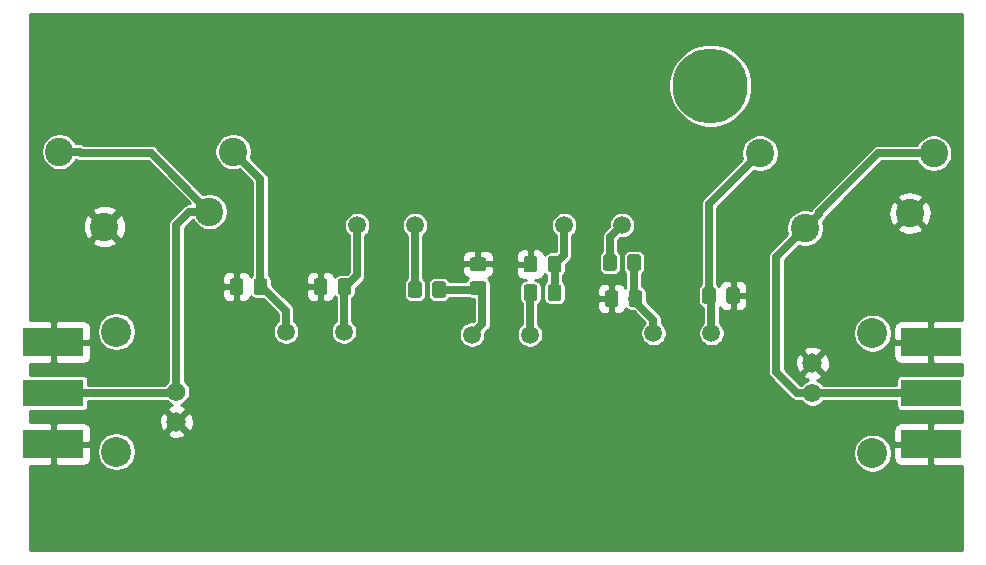
<source format=gbr>
G04 #@! TF.GenerationSoftware,KiCad,Pcbnew,(5.1.5)-3*
G04 #@! TF.CreationDate,2021-08-17T20:52:24-04:00*
G04 #@! TF.ProjectId,CW5,4357352e-6b69-4636-9164-5f7063625858,1*
G04 #@! TF.SameCoordinates,Original*
G04 #@! TF.FileFunction,Copper,L1,Top*
G04 #@! TF.FilePolarity,Positive*
%FSLAX46Y46*%
G04 Gerber Fmt 4.6, Leading zero omitted, Abs format (unit mm)*
G04 Created by KiCad (PCBNEW (5.1.5)-3) date 2021-08-17 20:52:24*
%MOMM*%
%LPD*%
G04 APERTURE LIST*
%ADD10C,6.350000*%
%ADD11C,1.574800*%
%ADD12C,1.651000*%
%ADD13C,2.540000*%
%ADD14R,5.080000X2.286000*%
%ADD15R,5.080000X2.413000*%
%ADD16C,1.500000*%
%ADD17C,2.400000*%
%ADD18C,0.150000*%
%ADD19C,0.889000*%
%ADD20C,1.397000*%
%ADD21C,1.676400*%
%ADD22C,0.635000*%
%ADD23C,0.254000*%
G04 APERTURE END LIST*
D10*
X90571000Y-52717400D03*
D11*
X45359000Y-78625400D03*
D12*
X45359000Y-81165400D03*
D13*
X40279000Y-83705400D03*
X40279000Y-73545400D03*
X104287000Y-83832400D03*
X104287000Y-73672400D03*
D12*
X99207000Y-76212400D03*
D11*
X99207000Y-78752400D03*
D14*
X34945000Y-78752400D03*
D15*
X34945000Y-74434400D03*
X34945000Y-83070400D03*
X109240000Y-83070400D03*
X109240000Y-74434400D03*
D14*
X109240000Y-78752400D03*
D16*
X54630000Y-73545400D03*
X59530000Y-73545400D03*
X65552000Y-64528400D03*
X60652000Y-64528400D03*
X75278000Y-73799400D03*
X70378000Y-73799400D03*
X83078000Y-64528400D03*
X78178000Y-64528400D03*
X90645000Y-73672400D03*
X85745000Y-73672400D03*
D17*
X35453000Y-58305400D03*
X50153000Y-58305400D03*
X39263000Y-64655400D03*
X48153000Y-63385400D03*
X107462000Y-63512400D03*
X98572000Y-64782400D03*
X109462000Y-58432400D03*
X94762000Y-58432400D03*
G04 #@! TA.AperFunction,SMDPad,CuDef*
D18*
G36*
X50779505Y-69036604D02*
G01*
X50803773Y-69040204D01*
X50827572Y-69046165D01*
X50850671Y-69054430D01*
X50872850Y-69064920D01*
X50893893Y-69077532D01*
X50913599Y-69092147D01*
X50931777Y-69108623D01*
X50948253Y-69126801D01*
X50962868Y-69146507D01*
X50975480Y-69167550D01*
X50985970Y-69189729D01*
X50994235Y-69212828D01*
X51000196Y-69236627D01*
X51003796Y-69260895D01*
X51005000Y-69285399D01*
X51005000Y-70185401D01*
X51003796Y-70209905D01*
X51000196Y-70234173D01*
X50994235Y-70257972D01*
X50985970Y-70281071D01*
X50975480Y-70303250D01*
X50962868Y-70324293D01*
X50948253Y-70343999D01*
X50931777Y-70362177D01*
X50913599Y-70378653D01*
X50893893Y-70393268D01*
X50872850Y-70405880D01*
X50850671Y-70416370D01*
X50827572Y-70424635D01*
X50803773Y-70430596D01*
X50779505Y-70434196D01*
X50755001Y-70435400D01*
X50104999Y-70435400D01*
X50080495Y-70434196D01*
X50056227Y-70430596D01*
X50032428Y-70424635D01*
X50009329Y-70416370D01*
X49987150Y-70405880D01*
X49966107Y-70393268D01*
X49946401Y-70378653D01*
X49928223Y-70362177D01*
X49911747Y-70343999D01*
X49897132Y-70324293D01*
X49884520Y-70303250D01*
X49874030Y-70281071D01*
X49865765Y-70257972D01*
X49859804Y-70234173D01*
X49856204Y-70209905D01*
X49855000Y-70185401D01*
X49855000Y-69285399D01*
X49856204Y-69260895D01*
X49859804Y-69236627D01*
X49865765Y-69212828D01*
X49874030Y-69189729D01*
X49884520Y-69167550D01*
X49897132Y-69146507D01*
X49911747Y-69126801D01*
X49928223Y-69108623D01*
X49946401Y-69092147D01*
X49966107Y-69077532D01*
X49987150Y-69064920D01*
X50009329Y-69054430D01*
X50032428Y-69046165D01*
X50056227Y-69040204D01*
X50080495Y-69036604D01*
X50104999Y-69035400D01*
X50755001Y-69035400D01*
X50779505Y-69036604D01*
G37*
G04 #@! TD.AperFunction*
G04 #@! TA.AperFunction,SMDPad,CuDef*
G36*
X52829505Y-69036604D02*
G01*
X52853773Y-69040204D01*
X52877572Y-69046165D01*
X52900671Y-69054430D01*
X52922850Y-69064920D01*
X52943893Y-69077532D01*
X52963599Y-69092147D01*
X52981777Y-69108623D01*
X52998253Y-69126801D01*
X53012868Y-69146507D01*
X53025480Y-69167550D01*
X53035970Y-69189729D01*
X53044235Y-69212828D01*
X53050196Y-69236627D01*
X53053796Y-69260895D01*
X53055000Y-69285399D01*
X53055000Y-70185401D01*
X53053796Y-70209905D01*
X53050196Y-70234173D01*
X53044235Y-70257972D01*
X53035970Y-70281071D01*
X53025480Y-70303250D01*
X53012868Y-70324293D01*
X52998253Y-70343999D01*
X52981777Y-70362177D01*
X52963599Y-70378653D01*
X52943893Y-70393268D01*
X52922850Y-70405880D01*
X52900671Y-70416370D01*
X52877572Y-70424635D01*
X52853773Y-70430596D01*
X52829505Y-70434196D01*
X52805001Y-70435400D01*
X52154999Y-70435400D01*
X52130495Y-70434196D01*
X52106227Y-70430596D01*
X52082428Y-70424635D01*
X52059329Y-70416370D01*
X52037150Y-70405880D01*
X52016107Y-70393268D01*
X51996401Y-70378653D01*
X51978223Y-70362177D01*
X51961747Y-70343999D01*
X51947132Y-70324293D01*
X51934520Y-70303250D01*
X51924030Y-70281071D01*
X51915765Y-70257972D01*
X51909804Y-70234173D01*
X51906204Y-70209905D01*
X51905000Y-70185401D01*
X51905000Y-69285399D01*
X51906204Y-69260895D01*
X51909804Y-69236627D01*
X51915765Y-69212828D01*
X51924030Y-69189729D01*
X51934520Y-69167550D01*
X51947132Y-69146507D01*
X51961747Y-69126801D01*
X51978223Y-69108623D01*
X51996401Y-69092147D01*
X52016107Y-69077532D01*
X52037150Y-69064920D01*
X52059329Y-69054430D01*
X52082428Y-69046165D01*
X52106227Y-69040204D01*
X52130495Y-69036604D01*
X52154999Y-69035400D01*
X52805001Y-69035400D01*
X52829505Y-69036604D01*
G37*
G04 #@! TD.AperFunction*
G04 #@! TA.AperFunction,SMDPad,CuDef*
G36*
X59941505Y-69036604D02*
G01*
X59965773Y-69040204D01*
X59989572Y-69046165D01*
X60012671Y-69054430D01*
X60034850Y-69064920D01*
X60055893Y-69077532D01*
X60075599Y-69092147D01*
X60093777Y-69108623D01*
X60110253Y-69126801D01*
X60124868Y-69146507D01*
X60137480Y-69167550D01*
X60147970Y-69189729D01*
X60156235Y-69212828D01*
X60162196Y-69236627D01*
X60165796Y-69260895D01*
X60167000Y-69285399D01*
X60167000Y-70185401D01*
X60165796Y-70209905D01*
X60162196Y-70234173D01*
X60156235Y-70257972D01*
X60147970Y-70281071D01*
X60137480Y-70303250D01*
X60124868Y-70324293D01*
X60110253Y-70343999D01*
X60093777Y-70362177D01*
X60075599Y-70378653D01*
X60055893Y-70393268D01*
X60034850Y-70405880D01*
X60012671Y-70416370D01*
X59989572Y-70424635D01*
X59965773Y-70430596D01*
X59941505Y-70434196D01*
X59917001Y-70435400D01*
X59266999Y-70435400D01*
X59242495Y-70434196D01*
X59218227Y-70430596D01*
X59194428Y-70424635D01*
X59171329Y-70416370D01*
X59149150Y-70405880D01*
X59128107Y-70393268D01*
X59108401Y-70378653D01*
X59090223Y-70362177D01*
X59073747Y-70343999D01*
X59059132Y-70324293D01*
X59046520Y-70303250D01*
X59036030Y-70281071D01*
X59027765Y-70257972D01*
X59021804Y-70234173D01*
X59018204Y-70209905D01*
X59017000Y-70185401D01*
X59017000Y-69285399D01*
X59018204Y-69260895D01*
X59021804Y-69236627D01*
X59027765Y-69212828D01*
X59036030Y-69189729D01*
X59046520Y-69167550D01*
X59059132Y-69146507D01*
X59073747Y-69126801D01*
X59090223Y-69108623D01*
X59108401Y-69092147D01*
X59128107Y-69077532D01*
X59149150Y-69064920D01*
X59171329Y-69054430D01*
X59194428Y-69046165D01*
X59218227Y-69040204D01*
X59242495Y-69036604D01*
X59266999Y-69035400D01*
X59917001Y-69035400D01*
X59941505Y-69036604D01*
G37*
G04 #@! TD.AperFunction*
G04 #@! TA.AperFunction,SMDPad,CuDef*
G36*
X57891505Y-69036604D02*
G01*
X57915773Y-69040204D01*
X57939572Y-69046165D01*
X57962671Y-69054430D01*
X57984850Y-69064920D01*
X58005893Y-69077532D01*
X58025599Y-69092147D01*
X58043777Y-69108623D01*
X58060253Y-69126801D01*
X58074868Y-69146507D01*
X58087480Y-69167550D01*
X58097970Y-69189729D01*
X58106235Y-69212828D01*
X58112196Y-69236627D01*
X58115796Y-69260895D01*
X58117000Y-69285399D01*
X58117000Y-70185401D01*
X58115796Y-70209905D01*
X58112196Y-70234173D01*
X58106235Y-70257972D01*
X58097970Y-70281071D01*
X58087480Y-70303250D01*
X58074868Y-70324293D01*
X58060253Y-70343999D01*
X58043777Y-70362177D01*
X58025599Y-70378653D01*
X58005893Y-70393268D01*
X57984850Y-70405880D01*
X57962671Y-70416370D01*
X57939572Y-70424635D01*
X57915773Y-70430596D01*
X57891505Y-70434196D01*
X57867001Y-70435400D01*
X57216999Y-70435400D01*
X57192495Y-70434196D01*
X57168227Y-70430596D01*
X57144428Y-70424635D01*
X57121329Y-70416370D01*
X57099150Y-70405880D01*
X57078107Y-70393268D01*
X57058401Y-70378653D01*
X57040223Y-70362177D01*
X57023747Y-70343999D01*
X57009132Y-70324293D01*
X56996520Y-70303250D01*
X56986030Y-70281071D01*
X56977765Y-70257972D01*
X56971804Y-70234173D01*
X56968204Y-70209905D01*
X56967000Y-70185401D01*
X56967000Y-69285399D01*
X56968204Y-69260895D01*
X56971804Y-69236627D01*
X56977765Y-69212828D01*
X56986030Y-69189729D01*
X56996520Y-69167550D01*
X57009132Y-69146507D01*
X57023747Y-69126801D01*
X57040223Y-69108623D01*
X57058401Y-69092147D01*
X57078107Y-69077532D01*
X57099150Y-69064920D01*
X57121329Y-69054430D01*
X57144428Y-69046165D01*
X57168227Y-69040204D01*
X57192495Y-69036604D01*
X57216999Y-69035400D01*
X57867001Y-69035400D01*
X57891505Y-69036604D01*
G37*
G04 #@! TD.AperFunction*
G04 #@! TA.AperFunction,SMDPad,CuDef*
G36*
X67942505Y-69290604D02*
G01*
X67966773Y-69294204D01*
X67990572Y-69300165D01*
X68013671Y-69308430D01*
X68035850Y-69318920D01*
X68056893Y-69331532D01*
X68076599Y-69346147D01*
X68094777Y-69362623D01*
X68111253Y-69380801D01*
X68125868Y-69400507D01*
X68138480Y-69421550D01*
X68148970Y-69443729D01*
X68157235Y-69466828D01*
X68163196Y-69490627D01*
X68166796Y-69514895D01*
X68168000Y-69539399D01*
X68168000Y-70439401D01*
X68166796Y-70463905D01*
X68163196Y-70488173D01*
X68157235Y-70511972D01*
X68148970Y-70535071D01*
X68138480Y-70557250D01*
X68125868Y-70578293D01*
X68111253Y-70597999D01*
X68094777Y-70616177D01*
X68076599Y-70632653D01*
X68056893Y-70647268D01*
X68035850Y-70659880D01*
X68013671Y-70670370D01*
X67990572Y-70678635D01*
X67966773Y-70684596D01*
X67942505Y-70688196D01*
X67918001Y-70689400D01*
X67267999Y-70689400D01*
X67243495Y-70688196D01*
X67219227Y-70684596D01*
X67195428Y-70678635D01*
X67172329Y-70670370D01*
X67150150Y-70659880D01*
X67129107Y-70647268D01*
X67109401Y-70632653D01*
X67091223Y-70616177D01*
X67074747Y-70597999D01*
X67060132Y-70578293D01*
X67047520Y-70557250D01*
X67037030Y-70535071D01*
X67028765Y-70511972D01*
X67022804Y-70488173D01*
X67019204Y-70463905D01*
X67018000Y-70439401D01*
X67018000Y-69539399D01*
X67019204Y-69514895D01*
X67022804Y-69490627D01*
X67028765Y-69466828D01*
X67037030Y-69443729D01*
X67047520Y-69421550D01*
X67060132Y-69400507D01*
X67074747Y-69380801D01*
X67091223Y-69362623D01*
X67109401Y-69346147D01*
X67129107Y-69331532D01*
X67150150Y-69318920D01*
X67172329Y-69308430D01*
X67195428Y-69300165D01*
X67219227Y-69294204D01*
X67243495Y-69290604D01*
X67267999Y-69289400D01*
X67918001Y-69289400D01*
X67942505Y-69290604D01*
G37*
G04 #@! TD.AperFunction*
G04 #@! TA.AperFunction,SMDPad,CuDef*
G36*
X65892505Y-69290604D02*
G01*
X65916773Y-69294204D01*
X65940572Y-69300165D01*
X65963671Y-69308430D01*
X65985850Y-69318920D01*
X66006893Y-69331532D01*
X66026599Y-69346147D01*
X66044777Y-69362623D01*
X66061253Y-69380801D01*
X66075868Y-69400507D01*
X66088480Y-69421550D01*
X66098970Y-69443729D01*
X66107235Y-69466828D01*
X66113196Y-69490627D01*
X66116796Y-69514895D01*
X66118000Y-69539399D01*
X66118000Y-70439401D01*
X66116796Y-70463905D01*
X66113196Y-70488173D01*
X66107235Y-70511972D01*
X66098970Y-70535071D01*
X66088480Y-70557250D01*
X66075868Y-70578293D01*
X66061253Y-70597999D01*
X66044777Y-70616177D01*
X66026599Y-70632653D01*
X66006893Y-70647268D01*
X65985850Y-70659880D01*
X65963671Y-70670370D01*
X65940572Y-70678635D01*
X65916773Y-70684596D01*
X65892505Y-70688196D01*
X65868001Y-70689400D01*
X65217999Y-70689400D01*
X65193495Y-70688196D01*
X65169227Y-70684596D01*
X65145428Y-70678635D01*
X65122329Y-70670370D01*
X65100150Y-70659880D01*
X65079107Y-70647268D01*
X65059401Y-70632653D01*
X65041223Y-70616177D01*
X65024747Y-70597999D01*
X65010132Y-70578293D01*
X64997520Y-70557250D01*
X64987030Y-70535071D01*
X64978765Y-70511972D01*
X64972804Y-70488173D01*
X64969204Y-70463905D01*
X64968000Y-70439401D01*
X64968000Y-69539399D01*
X64969204Y-69514895D01*
X64972804Y-69490627D01*
X64978765Y-69466828D01*
X64987030Y-69443729D01*
X64997520Y-69421550D01*
X65010132Y-69400507D01*
X65024747Y-69380801D01*
X65041223Y-69362623D01*
X65059401Y-69346147D01*
X65079107Y-69331532D01*
X65100150Y-69318920D01*
X65122329Y-69308430D01*
X65145428Y-69300165D01*
X65169227Y-69294204D01*
X65193495Y-69290604D01*
X65217999Y-69289400D01*
X65868001Y-69289400D01*
X65892505Y-69290604D01*
G37*
G04 #@! TD.AperFunction*
G04 #@! TA.AperFunction,SMDPad,CuDef*
G36*
X71360505Y-69297604D02*
G01*
X71384773Y-69301204D01*
X71408572Y-69307165D01*
X71431671Y-69315430D01*
X71453850Y-69325920D01*
X71474893Y-69338532D01*
X71494599Y-69353147D01*
X71512777Y-69369623D01*
X71529253Y-69387801D01*
X71543868Y-69407507D01*
X71556480Y-69428550D01*
X71566970Y-69450729D01*
X71575235Y-69473828D01*
X71581196Y-69497627D01*
X71584796Y-69521895D01*
X71586000Y-69546399D01*
X71586000Y-70196401D01*
X71584796Y-70220905D01*
X71581196Y-70245173D01*
X71575235Y-70268972D01*
X71566970Y-70292071D01*
X71556480Y-70314250D01*
X71543868Y-70335293D01*
X71529253Y-70354999D01*
X71512777Y-70373177D01*
X71494599Y-70389653D01*
X71474893Y-70404268D01*
X71453850Y-70416880D01*
X71431671Y-70427370D01*
X71408572Y-70435635D01*
X71384773Y-70441596D01*
X71360505Y-70445196D01*
X71336001Y-70446400D01*
X70435999Y-70446400D01*
X70411495Y-70445196D01*
X70387227Y-70441596D01*
X70363428Y-70435635D01*
X70340329Y-70427370D01*
X70318150Y-70416880D01*
X70297107Y-70404268D01*
X70277401Y-70389653D01*
X70259223Y-70373177D01*
X70242747Y-70354999D01*
X70228132Y-70335293D01*
X70215520Y-70314250D01*
X70205030Y-70292071D01*
X70196765Y-70268972D01*
X70190804Y-70245173D01*
X70187204Y-70220905D01*
X70186000Y-70196401D01*
X70186000Y-69546399D01*
X70187204Y-69521895D01*
X70190804Y-69497627D01*
X70196765Y-69473828D01*
X70205030Y-69450729D01*
X70215520Y-69428550D01*
X70228132Y-69407507D01*
X70242747Y-69387801D01*
X70259223Y-69369623D01*
X70277401Y-69353147D01*
X70297107Y-69338532D01*
X70318150Y-69325920D01*
X70340329Y-69315430D01*
X70363428Y-69307165D01*
X70387227Y-69301204D01*
X70411495Y-69297604D01*
X70435999Y-69296400D01*
X71336001Y-69296400D01*
X71360505Y-69297604D01*
G37*
G04 #@! TD.AperFunction*
G04 #@! TA.AperFunction,SMDPad,CuDef*
G36*
X71360505Y-67247604D02*
G01*
X71384773Y-67251204D01*
X71408572Y-67257165D01*
X71431671Y-67265430D01*
X71453850Y-67275920D01*
X71474893Y-67288532D01*
X71494599Y-67303147D01*
X71512777Y-67319623D01*
X71529253Y-67337801D01*
X71543868Y-67357507D01*
X71556480Y-67378550D01*
X71566970Y-67400729D01*
X71575235Y-67423828D01*
X71581196Y-67447627D01*
X71584796Y-67471895D01*
X71586000Y-67496399D01*
X71586000Y-68146401D01*
X71584796Y-68170905D01*
X71581196Y-68195173D01*
X71575235Y-68218972D01*
X71566970Y-68242071D01*
X71556480Y-68264250D01*
X71543868Y-68285293D01*
X71529253Y-68304999D01*
X71512777Y-68323177D01*
X71494599Y-68339653D01*
X71474893Y-68354268D01*
X71453850Y-68366880D01*
X71431671Y-68377370D01*
X71408572Y-68385635D01*
X71384773Y-68391596D01*
X71360505Y-68395196D01*
X71336001Y-68396400D01*
X70435999Y-68396400D01*
X70411495Y-68395196D01*
X70387227Y-68391596D01*
X70363428Y-68385635D01*
X70340329Y-68377370D01*
X70318150Y-68366880D01*
X70297107Y-68354268D01*
X70277401Y-68339653D01*
X70259223Y-68323177D01*
X70242747Y-68304999D01*
X70228132Y-68285293D01*
X70215520Y-68264250D01*
X70205030Y-68242071D01*
X70196765Y-68218972D01*
X70190804Y-68195173D01*
X70187204Y-68170905D01*
X70186000Y-68146401D01*
X70186000Y-67496399D01*
X70187204Y-67471895D01*
X70190804Y-67447627D01*
X70196765Y-67423828D01*
X70205030Y-67400729D01*
X70215520Y-67378550D01*
X70228132Y-67357507D01*
X70242747Y-67337801D01*
X70259223Y-67319623D01*
X70277401Y-67303147D01*
X70297107Y-67288532D01*
X70318150Y-67275920D01*
X70340329Y-67265430D01*
X70363428Y-67257165D01*
X70387227Y-67251204D01*
X70411495Y-67247604D01*
X70435999Y-67246400D01*
X71336001Y-67246400D01*
X71360505Y-67247604D01*
G37*
G04 #@! TD.AperFunction*
G04 #@! TA.AperFunction,SMDPad,CuDef*
G36*
X77721505Y-69544604D02*
G01*
X77745773Y-69548204D01*
X77769572Y-69554165D01*
X77792671Y-69562430D01*
X77814850Y-69572920D01*
X77835893Y-69585532D01*
X77855599Y-69600147D01*
X77873777Y-69616623D01*
X77890253Y-69634801D01*
X77904868Y-69654507D01*
X77917480Y-69675550D01*
X77927970Y-69697729D01*
X77936235Y-69720828D01*
X77942196Y-69744627D01*
X77945796Y-69768895D01*
X77947000Y-69793399D01*
X77947000Y-70693401D01*
X77945796Y-70717905D01*
X77942196Y-70742173D01*
X77936235Y-70765972D01*
X77927970Y-70789071D01*
X77917480Y-70811250D01*
X77904868Y-70832293D01*
X77890253Y-70851999D01*
X77873777Y-70870177D01*
X77855599Y-70886653D01*
X77835893Y-70901268D01*
X77814850Y-70913880D01*
X77792671Y-70924370D01*
X77769572Y-70932635D01*
X77745773Y-70938596D01*
X77721505Y-70942196D01*
X77697001Y-70943400D01*
X77046999Y-70943400D01*
X77022495Y-70942196D01*
X76998227Y-70938596D01*
X76974428Y-70932635D01*
X76951329Y-70924370D01*
X76929150Y-70913880D01*
X76908107Y-70901268D01*
X76888401Y-70886653D01*
X76870223Y-70870177D01*
X76853747Y-70851999D01*
X76839132Y-70832293D01*
X76826520Y-70811250D01*
X76816030Y-70789071D01*
X76807765Y-70765972D01*
X76801804Y-70742173D01*
X76798204Y-70717905D01*
X76797000Y-70693401D01*
X76797000Y-69793399D01*
X76798204Y-69768895D01*
X76801804Y-69744627D01*
X76807765Y-69720828D01*
X76816030Y-69697729D01*
X76826520Y-69675550D01*
X76839132Y-69654507D01*
X76853747Y-69634801D01*
X76870223Y-69616623D01*
X76888401Y-69600147D01*
X76908107Y-69585532D01*
X76929150Y-69572920D01*
X76951329Y-69562430D01*
X76974428Y-69554165D01*
X76998227Y-69548204D01*
X77022495Y-69544604D01*
X77046999Y-69543400D01*
X77697001Y-69543400D01*
X77721505Y-69544604D01*
G37*
G04 #@! TD.AperFunction*
G04 #@! TA.AperFunction,SMDPad,CuDef*
G36*
X75671505Y-69544604D02*
G01*
X75695773Y-69548204D01*
X75719572Y-69554165D01*
X75742671Y-69562430D01*
X75764850Y-69572920D01*
X75785893Y-69585532D01*
X75805599Y-69600147D01*
X75823777Y-69616623D01*
X75840253Y-69634801D01*
X75854868Y-69654507D01*
X75867480Y-69675550D01*
X75877970Y-69697729D01*
X75886235Y-69720828D01*
X75892196Y-69744627D01*
X75895796Y-69768895D01*
X75897000Y-69793399D01*
X75897000Y-70693401D01*
X75895796Y-70717905D01*
X75892196Y-70742173D01*
X75886235Y-70765972D01*
X75877970Y-70789071D01*
X75867480Y-70811250D01*
X75854868Y-70832293D01*
X75840253Y-70851999D01*
X75823777Y-70870177D01*
X75805599Y-70886653D01*
X75785893Y-70901268D01*
X75764850Y-70913880D01*
X75742671Y-70924370D01*
X75719572Y-70932635D01*
X75695773Y-70938596D01*
X75671505Y-70942196D01*
X75647001Y-70943400D01*
X74996999Y-70943400D01*
X74972495Y-70942196D01*
X74948227Y-70938596D01*
X74924428Y-70932635D01*
X74901329Y-70924370D01*
X74879150Y-70913880D01*
X74858107Y-70901268D01*
X74838401Y-70886653D01*
X74820223Y-70870177D01*
X74803747Y-70851999D01*
X74789132Y-70832293D01*
X74776520Y-70811250D01*
X74766030Y-70789071D01*
X74757765Y-70765972D01*
X74751804Y-70742173D01*
X74748204Y-70717905D01*
X74747000Y-70693401D01*
X74747000Y-69793399D01*
X74748204Y-69768895D01*
X74751804Y-69744627D01*
X74757765Y-69720828D01*
X74766030Y-69697729D01*
X74776520Y-69675550D01*
X74789132Y-69654507D01*
X74803747Y-69634801D01*
X74820223Y-69616623D01*
X74838401Y-69600147D01*
X74858107Y-69585532D01*
X74879150Y-69572920D01*
X74901329Y-69562430D01*
X74924428Y-69554165D01*
X74948227Y-69548204D01*
X74972495Y-69544604D01*
X74996999Y-69543400D01*
X75647001Y-69543400D01*
X75671505Y-69544604D01*
G37*
G04 #@! TD.AperFunction*
G04 #@! TA.AperFunction,SMDPad,CuDef*
G36*
X75671505Y-67131604D02*
G01*
X75695773Y-67135204D01*
X75719572Y-67141165D01*
X75742671Y-67149430D01*
X75764850Y-67159920D01*
X75785893Y-67172532D01*
X75805599Y-67187147D01*
X75823777Y-67203623D01*
X75840253Y-67221801D01*
X75854868Y-67241507D01*
X75867480Y-67262550D01*
X75877970Y-67284729D01*
X75886235Y-67307828D01*
X75892196Y-67331627D01*
X75895796Y-67355895D01*
X75897000Y-67380399D01*
X75897000Y-68280401D01*
X75895796Y-68304905D01*
X75892196Y-68329173D01*
X75886235Y-68352972D01*
X75877970Y-68376071D01*
X75867480Y-68398250D01*
X75854868Y-68419293D01*
X75840253Y-68438999D01*
X75823777Y-68457177D01*
X75805599Y-68473653D01*
X75785893Y-68488268D01*
X75764850Y-68500880D01*
X75742671Y-68511370D01*
X75719572Y-68519635D01*
X75695773Y-68525596D01*
X75671505Y-68529196D01*
X75647001Y-68530400D01*
X74996999Y-68530400D01*
X74972495Y-68529196D01*
X74948227Y-68525596D01*
X74924428Y-68519635D01*
X74901329Y-68511370D01*
X74879150Y-68500880D01*
X74858107Y-68488268D01*
X74838401Y-68473653D01*
X74820223Y-68457177D01*
X74803747Y-68438999D01*
X74789132Y-68419293D01*
X74776520Y-68398250D01*
X74766030Y-68376071D01*
X74757765Y-68352972D01*
X74751804Y-68329173D01*
X74748204Y-68304905D01*
X74747000Y-68280401D01*
X74747000Y-67380399D01*
X74748204Y-67355895D01*
X74751804Y-67331627D01*
X74757765Y-67307828D01*
X74766030Y-67284729D01*
X74776520Y-67262550D01*
X74789132Y-67241507D01*
X74803747Y-67221801D01*
X74820223Y-67203623D01*
X74838401Y-67187147D01*
X74858107Y-67172532D01*
X74879150Y-67159920D01*
X74901329Y-67149430D01*
X74924428Y-67141165D01*
X74948227Y-67135204D01*
X74972495Y-67131604D01*
X74996999Y-67130400D01*
X75647001Y-67130400D01*
X75671505Y-67131604D01*
G37*
G04 #@! TD.AperFunction*
G04 #@! TA.AperFunction,SMDPad,CuDef*
G36*
X77721505Y-67131604D02*
G01*
X77745773Y-67135204D01*
X77769572Y-67141165D01*
X77792671Y-67149430D01*
X77814850Y-67159920D01*
X77835893Y-67172532D01*
X77855599Y-67187147D01*
X77873777Y-67203623D01*
X77890253Y-67221801D01*
X77904868Y-67241507D01*
X77917480Y-67262550D01*
X77927970Y-67284729D01*
X77936235Y-67307828D01*
X77942196Y-67331627D01*
X77945796Y-67355895D01*
X77947000Y-67380399D01*
X77947000Y-68280401D01*
X77945796Y-68304905D01*
X77942196Y-68329173D01*
X77936235Y-68352972D01*
X77927970Y-68376071D01*
X77917480Y-68398250D01*
X77904868Y-68419293D01*
X77890253Y-68438999D01*
X77873777Y-68457177D01*
X77855599Y-68473653D01*
X77835893Y-68488268D01*
X77814850Y-68500880D01*
X77792671Y-68511370D01*
X77769572Y-68519635D01*
X77745773Y-68525596D01*
X77721505Y-68529196D01*
X77697001Y-68530400D01*
X77046999Y-68530400D01*
X77022495Y-68529196D01*
X76998227Y-68525596D01*
X76974428Y-68519635D01*
X76951329Y-68511370D01*
X76929150Y-68500880D01*
X76908107Y-68488268D01*
X76888401Y-68473653D01*
X76870223Y-68457177D01*
X76853747Y-68438999D01*
X76839132Y-68419293D01*
X76826520Y-68398250D01*
X76816030Y-68376071D01*
X76807765Y-68352972D01*
X76801804Y-68329173D01*
X76798204Y-68304905D01*
X76797000Y-68280401D01*
X76797000Y-67380399D01*
X76798204Y-67355895D01*
X76801804Y-67331627D01*
X76807765Y-67307828D01*
X76816030Y-67284729D01*
X76826520Y-67262550D01*
X76839132Y-67241507D01*
X76853747Y-67221801D01*
X76870223Y-67203623D01*
X76888401Y-67187147D01*
X76908107Y-67172532D01*
X76929150Y-67159920D01*
X76951329Y-67149430D01*
X76974428Y-67141165D01*
X76998227Y-67135204D01*
X77022495Y-67131604D01*
X77046999Y-67130400D01*
X77697001Y-67130400D01*
X77721505Y-67131604D01*
G37*
G04 #@! TD.AperFunction*
G04 #@! TA.AperFunction,SMDPad,CuDef*
G36*
X82402505Y-67004604D02*
G01*
X82426773Y-67008204D01*
X82450572Y-67014165D01*
X82473671Y-67022430D01*
X82495850Y-67032920D01*
X82516893Y-67045532D01*
X82536599Y-67060147D01*
X82554777Y-67076623D01*
X82571253Y-67094801D01*
X82585868Y-67114507D01*
X82598480Y-67135550D01*
X82608970Y-67157729D01*
X82617235Y-67180828D01*
X82623196Y-67204627D01*
X82626796Y-67228895D01*
X82628000Y-67253399D01*
X82628000Y-68153401D01*
X82626796Y-68177905D01*
X82623196Y-68202173D01*
X82617235Y-68225972D01*
X82608970Y-68249071D01*
X82598480Y-68271250D01*
X82585868Y-68292293D01*
X82571253Y-68311999D01*
X82554777Y-68330177D01*
X82536599Y-68346653D01*
X82516893Y-68361268D01*
X82495850Y-68373880D01*
X82473671Y-68384370D01*
X82450572Y-68392635D01*
X82426773Y-68398596D01*
X82402505Y-68402196D01*
X82378001Y-68403400D01*
X81727999Y-68403400D01*
X81703495Y-68402196D01*
X81679227Y-68398596D01*
X81655428Y-68392635D01*
X81632329Y-68384370D01*
X81610150Y-68373880D01*
X81589107Y-68361268D01*
X81569401Y-68346653D01*
X81551223Y-68330177D01*
X81534747Y-68311999D01*
X81520132Y-68292293D01*
X81507520Y-68271250D01*
X81497030Y-68249071D01*
X81488765Y-68225972D01*
X81482804Y-68202173D01*
X81479204Y-68177905D01*
X81478000Y-68153401D01*
X81478000Y-67253399D01*
X81479204Y-67228895D01*
X81482804Y-67204627D01*
X81488765Y-67180828D01*
X81497030Y-67157729D01*
X81507520Y-67135550D01*
X81520132Y-67114507D01*
X81534747Y-67094801D01*
X81551223Y-67076623D01*
X81569401Y-67060147D01*
X81589107Y-67045532D01*
X81610150Y-67032920D01*
X81632329Y-67022430D01*
X81655428Y-67014165D01*
X81679227Y-67008204D01*
X81703495Y-67004604D01*
X81727999Y-67003400D01*
X82378001Y-67003400D01*
X82402505Y-67004604D01*
G37*
G04 #@! TD.AperFunction*
G04 #@! TA.AperFunction,SMDPad,CuDef*
G36*
X84452505Y-67004604D02*
G01*
X84476773Y-67008204D01*
X84500572Y-67014165D01*
X84523671Y-67022430D01*
X84545850Y-67032920D01*
X84566893Y-67045532D01*
X84586599Y-67060147D01*
X84604777Y-67076623D01*
X84621253Y-67094801D01*
X84635868Y-67114507D01*
X84648480Y-67135550D01*
X84658970Y-67157729D01*
X84667235Y-67180828D01*
X84673196Y-67204627D01*
X84676796Y-67228895D01*
X84678000Y-67253399D01*
X84678000Y-68153401D01*
X84676796Y-68177905D01*
X84673196Y-68202173D01*
X84667235Y-68225972D01*
X84658970Y-68249071D01*
X84648480Y-68271250D01*
X84635868Y-68292293D01*
X84621253Y-68311999D01*
X84604777Y-68330177D01*
X84586599Y-68346653D01*
X84566893Y-68361268D01*
X84545850Y-68373880D01*
X84523671Y-68384370D01*
X84500572Y-68392635D01*
X84476773Y-68398596D01*
X84452505Y-68402196D01*
X84428001Y-68403400D01*
X83777999Y-68403400D01*
X83753495Y-68402196D01*
X83729227Y-68398596D01*
X83705428Y-68392635D01*
X83682329Y-68384370D01*
X83660150Y-68373880D01*
X83639107Y-68361268D01*
X83619401Y-68346653D01*
X83601223Y-68330177D01*
X83584747Y-68311999D01*
X83570132Y-68292293D01*
X83557520Y-68271250D01*
X83547030Y-68249071D01*
X83538765Y-68225972D01*
X83532804Y-68202173D01*
X83529204Y-68177905D01*
X83528000Y-68153401D01*
X83528000Y-67253399D01*
X83529204Y-67228895D01*
X83532804Y-67204627D01*
X83538765Y-67180828D01*
X83547030Y-67157729D01*
X83557520Y-67135550D01*
X83570132Y-67114507D01*
X83584747Y-67094801D01*
X83601223Y-67076623D01*
X83619401Y-67060147D01*
X83639107Y-67045532D01*
X83660150Y-67032920D01*
X83682329Y-67022430D01*
X83705428Y-67014165D01*
X83729227Y-67008204D01*
X83753495Y-67004604D01*
X83777999Y-67003400D01*
X84428001Y-67003400D01*
X84452505Y-67004604D01*
G37*
G04 #@! TD.AperFunction*
G04 #@! TA.AperFunction,SMDPad,CuDef*
G36*
X82529505Y-70052604D02*
G01*
X82553773Y-70056204D01*
X82577572Y-70062165D01*
X82600671Y-70070430D01*
X82622850Y-70080920D01*
X82643893Y-70093532D01*
X82663599Y-70108147D01*
X82681777Y-70124623D01*
X82698253Y-70142801D01*
X82712868Y-70162507D01*
X82725480Y-70183550D01*
X82735970Y-70205729D01*
X82744235Y-70228828D01*
X82750196Y-70252627D01*
X82753796Y-70276895D01*
X82755000Y-70301399D01*
X82755000Y-71201401D01*
X82753796Y-71225905D01*
X82750196Y-71250173D01*
X82744235Y-71273972D01*
X82735970Y-71297071D01*
X82725480Y-71319250D01*
X82712868Y-71340293D01*
X82698253Y-71359999D01*
X82681777Y-71378177D01*
X82663599Y-71394653D01*
X82643893Y-71409268D01*
X82622850Y-71421880D01*
X82600671Y-71432370D01*
X82577572Y-71440635D01*
X82553773Y-71446596D01*
X82529505Y-71450196D01*
X82505001Y-71451400D01*
X81854999Y-71451400D01*
X81830495Y-71450196D01*
X81806227Y-71446596D01*
X81782428Y-71440635D01*
X81759329Y-71432370D01*
X81737150Y-71421880D01*
X81716107Y-71409268D01*
X81696401Y-71394653D01*
X81678223Y-71378177D01*
X81661747Y-71359999D01*
X81647132Y-71340293D01*
X81634520Y-71319250D01*
X81624030Y-71297071D01*
X81615765Y-71273972D01*
X81609804Y-71250173D01*
X81606204Y-71225905D01*
X81605000Y-71201401D01*
X81605000Y-70301399D01*
X81606204Y-70276895D01*
X81609804Y-70252627D01*
X81615765Y-70228828D01*
X81624030Y-70205729D01*
X81634520Y-70183550D01*
X81647132Y-70162507D01*
X81661747Y-70142801D01*
X81678223Y-70124623D01*
X81696401Y-70108147D01*
X81716107Y-70093532D01*
X81737150Y-70080920D01*
X81759329Y-70070430D01*
X81782428Y-70062165D01*
X81806227Y-70056204D01*
X81830495Y-70052604D01*
X81854999Y-70051400D01*
X82505001Y-70051400D01*
X82529505Y-70052604D01*
G37*
G04 #@! TD.AperFunction*
G04 #@! TA.AperFunction,SMDPad,CuDef*
G36*
X84579505Y-70052604D02*
G01*
X84603773Y-70056204D01*
X84627572Y-70062165D01*
X84650671Y-70070430D01*
X84672850Y-70080920D01*
X84693893Y-70093532D01*
X84713599Y-70108147D01*
X84731777Y-70124623D01*
X84748253Y-70142801D01*
X84762868Y-70162507D01*
X84775480Y-70183550D01*
X84785970Y-70205729D01*
X84794235Y-70228828D01*
X84800196Y-70252627D01*
X84803796Y-70276895D01*
X84805000Y-70301399D01*
X84805000Y-71201401D01*
X84803796Y-71225905D01*
X84800196Y-71250173D01*
X84794235Y-71273972D01*
X84785970Y-71297071D01*
X84775480Y-71319250D01*
X84762868Y-71340293D01*
X84748253Y-71359999D01*
X84731777Y-71378177D01*
X84713599Y-71394653D01*
X84693893Y-71409268D01*
X84672850Y-71421880D01*
X84650671Y-71432370D01*
X84627572Y-71440635D01*
X84603773Y-71446596D01*
X84579505Y-71450196D01*
X84555001Y-71451400D01*
X83904999Y-71451400D01*
X83880495Y-71450196D01*
X83856227Y-71446596D01*
X83832428Y-71440635D01*
X83809329Y-71432370D01*
X83787150Y-71421880D01*
X83766107Y-71409268D01*
X83746401Y-71394653D01*
X83728223Y-71378177D01*
X83711747Y-71359999D01*
X83697132Y-71340293D01*
X83684520Y-71319250D01*
X83674030Y-71297071D01*
X83665765Y-71273972D01*
X83659804Y-71250173D01*
X83656204Y-71225905D01*
X83655000Y-71201401D01*
X83655000Y-70301399D01*
X83656204Y-70276895D01*
X83659804Y-70252627D01*
X83665765Y-70228828D01*
X83674030Y-70205729D01*
X83684520Y-70183550D01*
X83697132Y-70162507D01*
X83711747Y-70142801D01*
X83728223Y-70124623D01*
X83746401Y-70108147D01*
X83766107Y-70093532D01*
X83787150Y-70080920D01*
X83809329Y-70070430D01*
X83832428Y-70062165D01*
X83856227Y-70056204D01*
X83880495Y-70052604D01*
X83904999Y-70051400D01*
X84555001Y-70051400D01*
X84579505Y-70052604D01*
G37*
G04 #@! TD.AperFunction*
G04 #@! TA.AperFunction,SMDPad,CuDef*
G36*
X90784505Y-69798604D02*
G01*
X90808773Y-69802204D01*
X90832572Y-69808165D01*
X90855671Y-69816430D01*
X90877850Y-69826920D01*
X90898893Y-69839532D01*
X90918599Y-69854147D01*
X90936777Y-69870623D01*
X90953253Y-69888801D01*
X90967868Y-69908507D01*
X90980480Y-69929550D01*
X90990970Y-69951729D01*
X90999235Y-69974828D01*
X91005196Y-69998627D01*
X91008796Y-70022895D01*
X91010000Y-70047399D01*
X91010000Y-70947401D01*
X91008796Y-70971905D01*
X91005196Y-70996173D01*
X90999235Y-71019972D01*
X90990970Y-71043071D01*
X90980480Y-71065250D01*
X90967868Y-71086293D01*
X90953253Y-71105999D01*
X90936777Y-71124177D01*
X90918599Y-71140653D01*
X90898893Y-71155268D01*
X90877850Y-71167880D01*
X90855671Y-71178370D01*
X90832572Y-71186635D01*
X90808773Y-71192596D01*
X90784505Y-71196196D01*
X90760001Y-71197400D01*
X90109999Y-71197400D01*
X90085495Y-71196196D01*
X90061227Y-71192596D01*
X90037428Y-71186635D01*
X90014329Y-71178370D01*
X89992150Y-71167880D01*
X89971107Y-71155268D01*
X89951401Y-71140653D01*
X89933223Y-71124177D01*
X89916747Y-71105999D01*
X89902132Y-71086293D01*
X89889520Y-71065250D01*
X89879030Y-71043071D01*
X89870765Y-71019972D01*
X89864804Y-70996173D01*
X89861204Y-70971905D01*
X89860000Y-70947401D01*
X89860000Y-70047399D01*
X89861204Y-70022895D01*
X89864804Y-69998627D01*
X89870765Y-69974828D01*
X89879030Y-69951729D01*
X89889520Y-69929550D01*
X89902132Y-69908507D01*
X89916747Y-69888801D01*
X89933223Y-69870623D01*
X89951401Y-69854147D01*
X89971107Y-69839532D01*
X89992150Y-69826920D01*
X90014329Y-69816430D01*
X90037428Y-69808165D01*
X90061227Y-69802204D01*
X90085495Y-69798604D01*
X90109999Y-69797400D01*
X90760001Y-69797400D01*
X90784505Y-69798604D01*
G37*
G04 #@! TD.AperFunction*
G04 #@! TA.AperFunction,SMDPad,CuDef*
G36*
X92834505Y-69798604D02*
G01*
X92858773Y-69802204D01*
X92882572Y-69808165D01*
X92905671Y-69816430D01*
X92927850Y-69826920D01*
X92948893Y-69839532D01*
X92968599Y-69854147D01*
X92986777Y-69870623D01*
X93003253Y-69888801D01*
X93017868Y-69908507D01*
X93030480Y-69929550D01*
X93040970Y-69951729D01*
X93049235Y-69974828D01*
X93055196Y-69998627D01*
X93058796Y-70022895D01*
X93060000Y-70047399D01*
X93060000Y-70947401D01*
X93058796Y-70971905D01*
X93055196Y-70996173D01*
X93049235Y-71019972D01*
X93040970Y-71043071D01*
X93030480Y-71065250D01*
X93017868Y-71086293D01*
X93003253Y-71105999D01*
X92986777Y-71124177D01*
X92968599Y-71140653D01*
X92948893Y-71155268D01*
X92927850Y-71167880D01*
X92905671Y-71178370D01*
X92882572Y-71186635D01*
X92858773Y-71192596D01*
X92834505Y-71196196D01*
X92810001Y-71197400D01*
X92159999Y-71197400D01*
X92135495Y-71196196D01*
X92111227Y-71192596D01*
X92087428Y-71186635D01*
X92064329Y-71178370D01*
X92042150Y-71167880D01*
X92021107Y-71155268D01*
X92001401Y-71140653D01*
X91983223Y-71124177D01*
X91966747Y-71105999D01*
X91952132Y-71086293D01*
X91939520Y-71065250D01*
X91929030Y-71043071D01*
X91920765Y-71019972D01*
X91914804Y-70996173D01*
X91911204Y-70971905D01*
X91910000Y-70947401D01*
X91910000Y-70047399D01*
X91911204Y-70022895D01*
X91914804Y-69998627D01*
X91920765Y-69974828D01*
X91929030Y-69951729D01*
X91939520Y-69929550D01*
X91952132Y-69908507D01*
X91966747Y-69888801D01*
X91983223Y-69870623D01*
X92001401Y-69854147D01*
X92021107Y-69839532D01*
X92042150Y-69826920D01*
X92064329Y-69816430D01*
X92087428Y-69808165D01*
X92111227Y-69802204D01*
X92135495Y-69798604D01*
X92159999Y-69797400D01*
X92810001Y-69797400D01*
X92834505Y-69798604D01*
G37*
G04 #@! TD.AperFunction*
D19*
X35707000Y-48653400D03*
X48280000Y-48653400D03*
D20*
X63266000Y-48272400D03*
X81046000Y-48399400D03*
D19*
X92857000Y-48399400D03*
X107716000Y-48272400D03*
X107716000Y-89928400D03*
D20*
X89174000Y-90055400D03*
X72537000Y-90309400D03*
D21*
X57043000Y-90563400D03*
D19*
X48280000Y-90436400D03*
X35834000Y-90436400D03*
X35707000Y-67957400D03*
X76982000Y-56273400D03*
X62123000Y-57162400D03*
X102255000Y-56400400D03*
X62504000Y-82816400D03*
X76855000Y-82943400D03*
X92984000Y-83070400D03*
D22*
X52471000Y-60623400D02*
X50153000Y-58305400D01*
X52471000Y-69608400D02*
X52471000Y-60623400D01*
X54630000Y-71767400D02*
X52471000Y-69608400D01*
X54630000Y-73545400D02*
X54630000Y-71767400D01*
X82053000Y-65553400D02*
X83078000Y-64528400D01*
X82053000Y-67703400D02*
X82053000Y-65553400D01*
X59530000Y-69915400D02*
X59837000Y-69608400D01*
X59530000Y-73545400D02*
X59530000Y-69915400D01*
X60652000Y-68793400D02*
X59837000Y-69608400D01*
X60652000Y-64528400D02*
X60652000Y-68793400D01*
X65552000Y-69862400D02*
X65679000Y-69989400D01*
X65552000Y-64528400D02*
X65552000Y-69862400D01*
X71140000Y-69989400D02*
X71267000Y-70116400D01*
X67544000Y-69989400D02*
X70505000Y-69989400D01*
X71267000Y-72910400D02*
X70378000Y-73799400D01*
X71267000Y-70116400D02*
X71267000Y-72910400D01*
X77372000Y-70243400D02*
X77372000Y-67830400D01*
X78178000Y-67024400D02*
X77372000Y-67830400D01*
X78178000Y-64528400D02*
X78178000Y-67024400D01*
X75278000Y-70287400D02*
X75322000Y-70243400D01*
X75278000Y-73799400D02*
X75278000Y-70287400D01*
X84054000Y-70664400D02*
X83967000Y-70751400D01*
X84054000Y-67703400D02*
X84054000Y-70664400D01*
X85745000Y-72529400D02*
X83967000Y-70751400D01*
X85745000Y-73672400D02*
X85745000Y-72529400D01*
X90645000Y-70571400D02*
X90571000Y-70497400D01*
X90645000Y-73672400D02*
X90645000Y-70571400D01*
X90435000Y-62759400D02*
X94762000Y-58432400D01*
X90435000Y-70497400D02*
X90435000Y-62759400D01*
X45232000Y-78752400D02*
X45359000Y-78625400D01*
X34945000Y-78752400D02*
X45232000Y-78752400D01*
X45359000Y-77511849D02*
X45359000Y-78625400D01*
X45359000Y-64482344D02*
X45359000Y-77511849D01*
X46455944Y-63385400D02*
X45359000Y-64482344D01*
X48153000Y-63385400D02*
X46455944Y-63385400D01*
X37150056Y-58305400D02*
X35453000Y-58305400D01*
X37277056Y-58432400D02*
X37150056Y-58305400D01*
X43200000Y-58432400D02*
X37277056Y-58432400D01*
X48153000Y-63385400D02*
X43200000Y-58432400D01*
X96159000Y-67195400D02*
X96159000Y-76974400D01*
X98572000Y-64782400D02*
X96159000Y-67195400D01*
X109113000Y-78752400D02*
X109240000Y-78625400D01*
X99207000Y-78752400D02*
X109113000Y-78752400D01*
X97937000Y-78752400D02*
X96159000Y-76974400D01*
X99207000Y-78752400D02*
X97937000Y-78752400D01*
X99771999Y-63582401D02*
X99771999Y-63455401D01*
X99771999Y-63455401D02*
X104795000Y-58432400D01*
X98572000Y-64782400D02*
X99771999Y-63582401D01*
X104795000Y-58432400D02*
X109462000Y-58432400D01*
D23*
G36*
X111833500Y-72595097D02*
G01*
X111780000Y-72589828D01*
X109525750Y-72592900D01*
X109367000Y-72751650D01*
X109367000Y-74307400D01*
X109387000Y-74307400D01*
X109387000Y-74561400D01*
X109367000Y-74561400D01*
X109367000Y-76117150D01*
X109525750Y-76275900D01*
X111780000Y-76278972D01*
X111833500Y-76273703D01*
X111833500Y-77231826D01*
X111780000Y-77226557D01*
X106700000Y-77226557D01*
X106625311Y-77233913D01*
X106553492Y-77255699D01*
X106487304Y-77291078D01*
X106429289Y-77338689D01*
X106381678Y-77396704D01*
X106346299Y-77462892D01*
X106324513Y-77534711D01*
X106317157Y-77609400D01*
X106317157Y-78053900D01*
X100145499Y-78053900D01*
X100114555Y-78007589D01*
X99951811Y-77844845D01*
X99760445Y-77716978D01*
X99563966Y-77635593D01*
X99832196Y-77540137D01*
X99963633Y-77469881D01*
X100038304Y-77223309D01*
X99207000Y-76392005D01*
X98375696Y-77223309D01*
X98450367Y-77469881D01*
X98710228Y-77593331D01*
X98860518Y-77631250D01*
X98653555Y-77716978D01*
X98462189Y-77844845D01*
X98299445Y-78007589D01*
X98268501Y-78053900D01*
X98226328Y-78053900D01*
X96857500Y-76685073D01*
X96857500Y-76281902D01*
X97741079Y-76281902D01*
X97782806Y-76566554D01*
X97879263Y-76837596D01*
X97949519Y-76969033D01*
X98196091Y-77043704D01*
X99027395Y-76212400D01*
X99386605Y-76212400D01*
X100217909Y-77043704D01*
X100464481Y-76969033D01*
X100587931Y-76709172D01*
X100658313Y-76430220D01*
X100672921Y-76142898D01*
X100631194Y-75858246D01*
X100553847Y-75640900D01*
X106061928Y-75640900D01*
X106074188Y-75765382D01*
X106110498Y-75885080D01*
X106169463Y-75995394D01*
X106248815Y-76092085D01*
X106345506Y-76171437D01*
X106455820Y-76230402D01*
X106575518Y-76266712D01*
X106700000Y-76278972D01*
X108954250Y-76275900D01*
X109113000Y-76117150D01*
X109113000Y-74561400D01*
X106223750Y-74561400D01*
X106065000Y-74720150D01*
X106061928Y-75640900D01*
X100553847Y-75640900D01*
X100534737Y-75587204D01*
X100464481Y-75455767D01*
X100217909Y-75381096D01*
X99386605Y-76212400D01*
X99027395Y-76212400D01*
X98196091Y-75381096D01*
X97949519Y-75455767D01*
X97826069Y-75715628D01*
X97755687Y-75994580D01*
X97741079Y-76281902D01*
X96857500Y-76281902D01*
X96857500Y-75201491D01*
X98375696Y-75201491D01*
X99207000Y-76032795D01*
X100038304Y-75201491D01*
X99963633Y-74954919D01*
X99703772Y-74831469D01*
X99424820Y-74761087D01*
X99137498Y-74746479D01*
X98852846Y-74788206D01*
X98581804Y-74884663D01*
X98450367Y-74954919D01*
X98375696Y-75201491D01*
X96857500Y-75201491D01*
X96857500Y-73509791D01*
X102636000Y-73509791D01*
X102636000Y-73835009D01*
X102699447Y-74153979D01*
X102823903Y-74454442D01*
X103004585Y-74724851D01*
X103234549Y-74954815D01*
X103504958Y-75135497D01*
X103805421Y-75259953D01*
X104124391Y-75323400D01*
X104449609Y-75323400D01*
X104768579Y-75259953D01*
X105069042Y-75135497D01*
X105339451Y-74954815D01*
X105569415Y-74724851D01*
X105750097Y-74454442D01*
X105874553Y-74153979D01*
X105938000Y-73835009D01*
X105938000Y-73509791D01*
X105881929Y-73227900D01*
X106061928Y-73227900D01*
X106065000Y-74148650D01*
X106223750Y-74307400D01*
X109113000Y-74307400D01*
X109113000Y-72751650D01*
X108954250Y-72592900D01*
X106700000Y-72589828D01*
X106575518Y-72602088D01*
X106455820Y-72638398D01*
X106345506Y-72697363D01*
X106248815Y-72776715D01*
X106169463Y-72873406D01*
X106110498Y-72983720D01*
X106074188Y-73103418D01*
X106061928Y-73227900D01*
X105881929Y-73227900D01*
X105874553Y-73190821D01*
X105750097Y-72890358D01*
X105569415Y-72619949D01*
X105339451Y-72389985D01*
X105069042Y-72209303D01*
X104768579Y-72084847D01*
X104449609Y-72021400D01*
X104124391Y-72021400D01*
X103805421Y-72084847D01*
X103504958Y-72209303D01*
X103234549Y-72389985D01*
X103004585Y-72619949D01*
X102823903Y-72890358D01*
X102699447Y-73190821D01*
X102636000Y-73509791D01*
X96857500Y-73509791D01*
X96857500Y-67484727D01*
X98060455Y-66281773D01*
X98110839Y-66302643D01*
X98416285Y-66363400D01*
X98727715Y-66363400D01*
X99033161Y-66302643D01*
X99320884Y-66183464D01*
X99579829Y-66010443D01*
X99800043Y-65790229D01*
X99973064Y-65531284D01*
X100092243Y-65243561D01*
X100153000Y-64938115D01*
X100153000Y-64790380D01*
X106363626Y-64790380D01*
X106483514Y-65075236D01*
X106807210Y-65236099D01*
X107156069Y-65330722D01*
X107516684Y-65355467D01*
X107875198Y-65309385D01*
X108217833Y-65194246D01*
X108440486Y-65075236D01*
X108560374Y-64790380D01*
X107462000Y-63692005D01*
X106363626Y-64790380D01*
X100153000Y-64790380D01*
X100153000Y-64626685D01*
X100092243Y-64321239D01*
X100071373Y-64270855D01*
X100241661Y-64100567D01*
X100268301Y-64078704D01*
X100290166Y-64052062D01*
X100290173Y-64052055D01*
X100355590Y-63972345D01*
X100420450Y-63850999D01*
X100420451Y-63850998D01*
X100444932Y-63770295D01*
X100648143Y-63567084D01*
X105618933Y-63567084D01*
X105665015Y-63925598D01*
X105780154Y-64268233D01*
X105899164Y-64490886D01*
X106184020Y-64610774D01*
X107282395Y-63512400D01*
X107641605Y-63512400D01*
X108739980Y-64610774D01*
X109024836Y-64490886D01*
X109185699Y-64167190D01*
X109280322Y-63818331D01*
X109305067Y-63457716D01*
X109258985Y-63099202D01*
X109143846Y-62756567D01*
X109024836Y-62533914D01*
X108739980Y-62414026D01*
X107641605Y-63512400D01*
X107282395Y-63512400D01*
X106184020Y-62414026D01*
X105899164Y-62533914D01*
X105738301Y-62857610D01*
X105643678Y-63206469D01*
X105618933Y-63567084D01*
X100648143Y-63567084D01*
X101980807Y-62234420D01*
X106363626Y-62234420D01*
X107462000Y-63332795D01*
X108560374Y-62234420D01*
X108440486Y-61949564D01*
X108116790Y-61788701D01*
X107767931Y-61694078D01*
X107407316Y-61669333D01*
X107048802Y-61715415D01*
X106706167Y-61830554D01*
X106483514Y-61949564D01*
X106363626Y-62234420D01*
X101980807Y-62234420D01*
X105084329Y-59130900D01*
X108040066Y-59130900D01*
X108060936Y-59181284D01*
X108233957Y-59440229D01*
X108454171Y-59660443D01*
X108713116Y-59833464D01*
X109000839Y-59952643D01*
X109306285Y-60013400D01*
X109617715Y-60013400D01*
X109923161Y-59952643D01*
X110210884Y-59833464D01*
X110469829Y-59660443D01*
X110690043Y-59440229D01*
X110863064Y-59181284D01*
X110982243Y-58893561D01*
X111043000Y-58588115D01*
X111043000Y-58276685D01*
X110982243Y-57971239D01*
X110863064Y-57683516D01*
X110690043Y-57424571D01*
X110469829Y-57204357D01*
X110210884Y-57031336D01*
X109923161Y-56912157D01*
X109617715Y-56851400D01*
X109306285Y-56851400D01*
X109000839Y-56912157D01*
X108713116Y-57031336D01*
X108454171Y-57204357D01*
X108233957Y-57424571D01*
X108060936Y-57683516D01*
X108040066Y-57733900D01*
X104829297Y-57733900D01*
X104794999Y-57730522D01*
X104760701Y-57733900D01*
X104760691Y-57733900D01*
X104658070Y-57744007D01*
X104526403Y-57783948D01*
X104526401Y-57783949D01*
X104405056Y-57848809D01*
X104325345Y-57914226D01*
X104325337Y-57914234D01*
X104298697Y-57936097D01*
X104276834Y-57962737D01*
X99302343Y-62937230D01*
X99275697Y-62959098D01*
X99253828Y-62985745D01*
X99253825Y-62985748D01*
X99219151Y-63027998D01*
X99188408Y-63065458D01*
X99123547Y-63186804D01*
X99099066Y-63267506D01*
X99083545Y-63283027D01*
X99033161Y-63262157D01*
X98727715Y-63201400D01*
X98416285Y-63201400D01*
X98110839Y-63262157D01*
X97823116Y-63381336D01*
X97564171Y-63554357D01*
X97343957Y-63774571D01*
X97170936Y-64033516D01*
X97051757Y-64321239D01*
X96991000Y-64626685D01*
X96991000Y-64938115D01*
X97051757Y-65243561D01*
X97072627Y-65293945D01*
X95689344Y-66677229D01*
X95662697Y-66699098D01*
X95640829Y-66725744D01*
X95640826Y-66725747D01*
X95575409Y-66805457D01*
X95531572Y-66887471D01*
X95510548Y-66926804D01*
X95470607Y-67058471D01*
X95460500Y-67161092D01*
X95460500Y-67161102D01*
X95457122Y-67195400D01*
X95460500Y-67229698D01*
X95460501Y-76940092D01*
X95457122Y-76974400D01*
X95460501Y-77008708D01*
X95460501Y-77008709D01*
X95461175Y-77015547D01*
X95470608Y-77111329D01*
X95510549Y-77242998D01*
X95575409Y-77364343D01*
X95640826Y-77444053D01*
X95640830Y-77444057D01*
X95662698Y-77470703D01*
X95689344Y-77492571D01*
X97418829Y-79222057D01*
X97440697Y-79248703D01*
X97467343Y-79270571D01*
X97467346Y-79270574D01*
X97547056Y-79335991D01*
X97611078Y-79370211D01*
X97668403Y-79400852D01*
X97800070Y-79440793D01*
X97902691Y-79450900D01*
X97902702Y-79450900D01*
X97937000Y-79454278D01*
X97971298Y-79450900D01*
X98268501Y-79450900D01*
X98299445Y-79497211D01*
X98462189Y-79659955D01*
X98653555Y-79787822D01*
X98866190Y-79875899D01*
X99091923Y-79920800D01*
X99322077Y-79920800D01*
X99547810Y-79875899D01*
X99760445Y-79787822D01*
X99951811Y-79659955D01*
X100114555Y-79497211D01*
X100145499Y-79450900D01*
X106317157Y-79450900D01*
X106317157Y-79895400D01*
X106324513Y-79970089D01*
X106346299Y-80041908D01*
X106381678Y-80108096D01*
X106429289Y-80166111D01*
X106487304Y-80213722D01*
X106553492Y-80249101D01*
X106625311Y-80270887D01*
X106700000Y-80278243D01*
X111780000Y-80278243D01*
X111833500Y-80272974D01*
X111833500Y-81231097D01*
X111780000Y-81225828D01*
X109525750Y-81228900D01*
X109367000Y-81387650D01*
X109367000Y-82943400D01*
X109387000Y-82943400D01*
X109387000Y-83197400D01*
X109367000Y-83197400D01*
X109367000Y-84753150D01*
X109525750Y-84911900D01*
X111780000Y-84914972D01*
X111833500Y-84909703D01*
X111833500Y-92041772D01*
X32976500Y-92024029D01*
X32976500Y-84914193D01*
X34659250Y-84911900D01*
X34818000Y-84753150D01*
X34818000Y-83197400D01*
X35072000Y-83197400D01*
X35072000Y-84753150D01*
X35230750Y-84911900D01*
X37485000Y-84914972D01*
X37609482Y-84902712D01*
X37729180Y-84866402D01*
X37839494Y-84807437D01*
X37936185Y-84728085D01*
X38015537Y-84631394D01*
X38074502Y-84521080D01*
X38110812Y-84401382D01*
X38123072Y-84276900D01*
X38120623Y-83542791D01*
X38628000Y-83542791D01*
X38628000Y-83868009D01*
X38691447Y-84186979D01*
X38815903Y-84487442D01*
X38996585Y-84757851D01*
X39226549Y-84987815D01*
X39496958Y-85168497D01*
X39797421Y-85292953D01*
X40116391Y-85356400D01*
X40441609Y-85356400D01*
X40760579Y-85292953D01*
X41061042Y-85168497D01*
X41331451Y-84987815D01*
X41561415Y-84757851D01*
X41742097Y-84487442D01*
X41866553Y-84186979D01*
X41930000Y-83868009D01*
X41930000Y-83669791D01*
X102636000Y-83669791D01*
X102636000Y-83995009D01*
X102699447Y-84313979D01*
X102823903Y-84614442D01*
X103004585Y-84884851D01*
X103234549Y-85114815D01*
X103504958Y-85295497D01*
X103805421Y-85419953D01*
X104124391Y-85483400D01*
X104449609Y-85483400D01*
X104768579Y-85419953D01*
X105069042Y-85295497D01*
X105339451Y-85114815D01*
X105569415Y-84884851D01*
X105750097Y-84614442D01*
X105874553Y-84313979D01*
X105881928Y-84276900D01*
X106061928Y-84276900D01*
X106074188Y-84401382D01*
X106110498Y-84521080D01*
X106169463Y-84631394D01*
X106248815Y-84728085D01*
X106345506Y-84807437D01*
X106455820Y-84866402D01*
X106575518Y-84902712D01*
X106700000Y-84914972D01*
X108954250Y-84911900D01*
X109113000Y-84753150D01*
X109113000Y-83197400D01*
X106223750Y-83197400D01*
X106065000Y-83356150D01*
X106061928Y-84276900D01*
X105881928Y-84276900D01*
X105938000Y-83995009D01*
X105938000Y-83669791D01*
X105874553Y-83350821D01*
X105750097Y-83050358D01*
X105569415Y-82779949D01*
X105339451Y-82549985D01*
X105069042Y-82369303D01*
X104768579Y-82244847D01*
X104449609Y-82181400D01*
X104124391Y-82181400D01*
X103805421Y-82244847D01*
X103504958Y-82369303D01*
X103234549Y-82549985D01*
X103004585Y-82779949D01*
X102823903Y-83050358D01*
X102699447Y-83350821D01*
X102636000Y-83669791D01*
X41930000Y-83669791D01*
X41930000Y-83542791D01*
X41866553Y-83223821D01*
X41742097Y-82923358D01*
X41561415Y-82652949D01*
X41331451Y-82422985D01*
X41061042Y-82242303D01*
X40901719Y-82176309D01*
X44527696Y-82176309D01*
X44602367Y-82422881D01*
X44862228Y-82546331D01*
X45141180Y-82616713D01*
X45428502Y-82631321D01*
X45713154Y-82589594D01*
X45984196Y-82493137D01*
X46115633Y-82422881D01*
X46190304Y-82176309D01*
X45359000Y-81345005D01*
X44527696Y-82176309D01*
X40901719Y-82176309D01*
X40760579Y-82117847D01*
X40441609Y-82054400D01*
X40116391Y-82054400D01*
X39797421Y-82117847D01*
X39496958Y-82242303D01*
X39226549Y-82422985D01*
X38996585Y-82652949D01*
X38815903Y-82923358D01*
X38691447Y-83223821D01*
X38628000Y-83542791D01*
X38120623Y-83542791D01*
X38120000Y-83356150D01*
X37961250Y-83197400D01*
X35072000Y-83197400D01*
X34818000Y-83197400D01*
X34798000Y-83197400D01*
X34798000Y-82943400D01*
X34818000Y-82943400D01*
X34818000Y-81387650D01*
X35072000Y-81387650D01*
X35072000Y-82943400D01*
X37961250Y-82943400D01*
X38120000Y-82784650D01*
X38123072Y-81863900D01*
X38110812Y-81739418D01*
X38074502Y-81619720D01*
X38015537Y-81509406D01*
X37936185Y-81412715D01*
X37839494Y-81333363D01*
X37729180Y-81274398D01*
X37609482Y-81238088D01*
X37577133Y-81234902D01*
X43893079Y-81234902D01*
X43934806Y-81519554D01*
X44031263Y-81790596D01*
X44101519Y-81922033D01*
X44348091Y-81996704D01*
X45179395Y-81165400D01*
X45538605Y-81165400D01*
X46369909Y-81996704D01*
X46616481Y-81922033D01*
X46644097Y-81863900D01*
X106061928Y-81863900D01*
X106065000Y-82784650D01*
X106223750Y-82943400D01*
X109113000Y-82943400D01*
X109113000Y-81387650D01*
X108954250Y-81228900D01*
X106700000Y-81225828D01*
X106575518Y-81238088D01*
X106455820Y-81274398D01*
X106345506Y-81333363D01*
X106248815Y-81412715D01*
X106169463Y-81509406D01*
X106110498Y-81619720D01*
X106074188Y-81739418D01*
X106061928Y-81863900D01*
X46644097Y-81863900D01*
X46739931Y-81662172D01*
X46810313Y-81383220D01*
X46824921Y-81095898D01*
X46783194Y-80811246D01*
X46686737Y-80540204D01*
X46616481Y-80408767D01*
X46369909Y-80334096D01*
X45538605Y-81165400D01*
X45179395Y-81165400D01*
X44348091Y-80334096D01*
X44101519Y-80408767D01*
X43978069Y-80668628D01*
X43907687Y-80947580D01*
X43893079Y-81234902D01*
X37577133Y-81234902D01*
X37485000Y-81225828D01*
X35230750Y-81228900D01*
X35072000Y-81387650D01*
X34818000Y-81387650D01*
X34659250Y-81228900D01*
X32976500Y-81226607D01*
X32976500Y-80278243D01*
X37485000Y-80278243D01*
X37559689Y-80270887D01*
X37631508Y-80249101D01*
X37697696Y-80213722D01*
X37755711Y-80166111D01*
X37803322Y-80108096D01*
X37838701Y-80041908D01*
X37860487Y-79970089D01*
X37867843Y-79895400D01*
X37867843Y-79450900D01*
X44532134Y-79450900D01*
X44614189Y-79532955D01*
X44805555Y-79660822D01*
X45002034Y-79742207D01*
X44733804Y-79837663D01*
X44602367Y-79907919D01*
X44527696Y-80154491D01*
X45359000Y-80985795D01*
X46190304Y-80154491D01*
X46115633Y-79907919D01*
X45855772Y-79784469D01*
X45705482Y-79746550D01*
X45912445Y-79660822D01*
X46103811Y-79532955D01*
X46266555Y-79370211D01*
X46394422Y-79178845D01*
X46482499Y-78966210D01*
X46527400Y-78740477D01*
X46527400Y-78510323D01*
X46482499Y-78284590D01*
X46394422Y-78071955D01*
X46266555Y-77880589D01*
X46103811Y-77717845D01*
X46057500Y-77686901D01*
X46057500Y-70435400D01*
X49216928Y-70435400D01*
X49229188Y-70559882D01*
X49265498Y-70679580D01*
X49324463Y-70789894D01*
X49403815Y-70886585D01*
X49500506Y-70965937D01*
X49610820Y-71024902D01*
X49730518Y-71061212D01*
X49855000Y-71073472D01*
X50144250Y-71070400D01*
X50303000Y-70911650D01*
X50303000Y-69862400D01*
X49378750Y-69862400D01*
X49220000Y-70021150D01*
X49216928Y-70435400D01*
X46057500Y-70435400D01*
X46057500Y-69035400D01*
X49216928Y-69035400D01*
X49220000Y-69449650D01*
X49378750Y-69608400D01*
X50303000Y-69608400D01*
X50303000Y-68559150D01*
X50144250Y-68400400D01*
X49855000Y-68397328D01*
X49730518Y-68409588D01*
X49610820Y-68445898D01*
X49500506Y-68504863D01*
X49403815Y-68584215D01*
X49324463Y-68680906D01*
X49265498Y-68791220D01*
X49229188Y-68910918D01*
X49216928Y-69035400D01*
X46057500Y-69035400D01*
X46057500Y-64771671D01*
X46735227Y-64093945D01*
X46751936Y-64134284D01*
X46924957Y-64393229D01*
X47145171Y-64613443D01*
X47404116Y-64786464D01*
X47691839Y-64905643D01*
X47997285Y-64966400D01*
X48308715Y-64966400D01*
X48614161Y-64905643D01*
X48901884Y-64786464D01*
X49160829Y-64613443D01*
X49381043Y-64393229D01*
X49554064Y-64134284D01*
X49673243Y-63846561D01*
X49734000Y-63541115D01*
X49734000Y-63229685D01*
X49673243Y-62924239D01*
X49554064Y-62636516D01*
X49381043Y-62377571D01*
X49160829Y-62157357D01*
X48901884Y-61984336D01*
X48614161Y-61865157D01*
X48308715Y-61804400D01*
X47997285Y-61804400D01*
X47691839Y-61865157D01*
X47641455Y-61886027D01*
X43905113Y-58149685D01*
X48572000Y-58149685D01*
X48572000Y-58461115D01*
X48632757Y-58766561D01*
X48751936Y-59054284D01*
X48924957Y-59313229D01*
X49145171Y-59533443D01*
X49404116Y-59706464D01*
X49691839Y-59825643D01*
X49997285Y-59886400D01*
X50308715Y-59886400D01*
X50614161Y-59825643D01*
X50664546Y-59804773D01*
X51772501Y-60912729D01*
X51772500Y-68784578D01*
X51707512Y-68837912D01*
X51632611Y-68929180D01*
X51630812Y-68910918D01*
X51594502Y-68791220D01*
X51535537Y-68680906D01*
X51456185Y-68584215D01*
X51359494Y-68504863D01*
X51249180Y-68445898D01*
X51129482Y-68409588D01*
X51005000Y-68397328D01*
X50715750Y-68400400D01*
X50557000Y-68559150D01*
X50557000Y-69608400D01*
X50577000Y-69608400D01*
X50577000Y-69862400D01*
X50557000Y-69862400D01*
X50557000Y-70911650D01*
X50715750Y-71070400D01*
X51005000Y-71073472D01*
X51129482Y-71061212D01*
X51249180Y-71024902D01*
X51359494Y-70965937D01*
X51456185Y-70886585D01*
X51535537Y-70789894D01*
X51594502Y-70679580D01*
X51630812Y-70559882D01*
X51632611Y-70541620D01*
X51707512Y-70632888D01*
X51803411Y-70711590D01*
X51912821Y-70770071D01*
X52031538Y-70806083D01*
X52154999Y-70818243D01*
X52693015Y-70818243D01*
X53931501Y-72056730D01*
X53931501Y-72651881D01*
X53909030Y-72666895D01*
X53751495Y-72824430D01*
X53627721Y-73009671D01*
X53542464Y-73215500D01*
X53499000Y-73434006D01*
X53499000Y-73656794D01*
X53542464Y-73875300D01*
X53627721Y-74081129D01*
X53751495Y-74266370D01*
X53909030Y-74423905D01*
X54094271Y-74547679D01*
X54300100Y-74632936D01*
X54518606Y-74676400D01*
X54741394Y-74676400D01*
X54959900Y-74632936D01*
X55165729Y-74547679D01*
X55350970Y-74423905D01*
X55508505Y-74266370D01*
X55632279Y-74081129D01*
X55717536Y-73875300D01*
X55761000Y-73656794D01*
X55761000Y-73434006D01*
X55717536Y-73215500D01*
X55632279Y-73009671D01*
X55508505Y-72824430D01*
X55350970Y-72666895D01*
X55328500Y-72651881D01*
X55328500Y-71801697D01*
X55331878Y-71767399D01*
X55328500Y-71733101D01*
X55328500Y-71733091D01*
X55318393Y-71630470D01*
X55278452Y-71498803D01*
X55264975Y-71473590D01*
X55213591Y-71377456D01*
X55148174Y-71297745D01*
X55148166Y-71297737D01*
X55126303Y-71271097D01*
X55099663Y-71249234D01*
X54285829Y-70435400D01*
X56328928Y-70435400D01*
X56341188Y-70559882D01*
X56377498Y-70679580D01*
X56436463Y-70789894D01*
X56515815Y-70886585D01*
X56612506Y-70965937D01*
X56722820Y-71024902D01*
X56842518Y-71061212D01*
X56967000Y-71073472D01*
X57256250Y-71070400D01*
X57415000Y-70911650D01*
X57415000Y-69862400D01*
X56490750Y-69862400D01*
X56332000Y-70021150D01*
X56328928Y-70435400D01*
X54285829Y-70435400D01*
X53437843Y-69587416D01*
X53437843Y-69285399D01*
X53425683Y-69161938D01*
X53389671Y-69043221D01*
X53385491Y-69035400D01*
X56328928Y-69035400D01*
X56332000Y-69449650D01*
X56490750Y-69608400D01*
X57415000Y-69608400D01*
X57415000Y-68559150D01*
X57669000Y-68559150D01*
X57669000Y-69608400D01*
X57689000Y-69608400D01*
X57689000Y-69862400D01*
X57669000Y-69862400D01*
X57669000Y-70911650D01*
X57827750Y-71070400D01*
X58117000Y-71073472D01*
X58241482Y-71061212D01*
X58361180Y-71024902D01*
X58471494Y-70965937D01*
X58568185Y-70886585D01*
X58647537Y-70789894D01*
X58706502Y-70679580D01*
X58742812Y-70559882D01*
X58744611Y-70541620D01*
X58819512Y-70632888D01*
X58831501Y-70642727D01*
X58831500Y-72651881D01*
X58809030Y-72666895D01*
X58651495Y-72824430D01*
X58527721Y-73009671D01*
X58442464Y-73215500D01*
X58399000Y-73434006D01*
X58399000Y-73656794D01*
X58442464Y-73875300D01*
X58527721Y-74081129D01*
X58651495Y-74266370D01*
X58809030Y-74423905D01*
X58994271Y-74547679D01*
X59200100Y-74632936D01*
X59418606Y-74676400D01*
X59641394Y-74676400D01*
X59859900Y-74632936D01*
X60065729Y-74547679D01*
X60250970Y-74423905D01*
X60408505Y-74266370D01*
X60532279Y-74081129D01*
X60617536Y-73875300D01*
X60661000Y-73656794D01*
X60661000Y-73434006D01*
X60617536Y-73215500D01*
X60532279Y-73009671D01*
X60408505Y-72824430D01*
X60250970Y-72666895D01*
X60228500Y-72651881D01*
X60228500Y-70733018D01*
X60268589Y-70711590D01*
X60364488Y-70632888D01*
X60443190Y-70536989D01*
X60501671Y-70427579D01*
X60537683Y-70308862D01*
X60549843Y-70185401D01*
X60549843Y-69883384D01*
X61121657Y-69311571D01*
X61148303Y-69289703D01*
X61170171Y-69263057D01*
X61170174Y-69263054D01*
X61235591Y-69183344D01*
X61300451Y-69061999D01*
X61300452Y-69061997D01*
X61340393Y-68930330D01*
X61350500Y-68827709D01*
X61350500Y-68827699D01*
X61353878Y-68793401D01*
X61350500Y-68759103D01*
X61350500Y-65421919D01*
X61372970Y-65406905D01*
X61530505Y-65249370D01*
X61654279Y-65064129D01*
X61739536Y-64858300D01*
X61783000Y-64639794D01*
X61783000Y-64417006D01*
X64421000Y-64417006D01*
X64421000Y-64639794D01*
X64464464Y-64858300D01*
X64549721Y-65064129D01*
X64673495Y-65249370D01*
X64831030Y-65406905D01*
X64853500Y-65421919D01*
X64853501Y-69023805D01*
X64770512Y-69091912D01*
X64691810Y-69187811D01*
X64633329Y-69297221D01*
X64597317Y-69415938D01*
X64585157Y-69539399D01*
X64585157Y-70439401D01*
X64597317Y-70562862D01*
X64633329Y-70681579D01*
X64691810Y-70790989D01*
X64770512Y-70886888D01*
X64866411Y-70965590D01*
X64975821Y-71024071D01*
X65094538Y-71060083D01*
X65217999Y-71072243D01*
X65868001Y-71072243D01*
X65991462Y-71060083D01*
X66110179Y-71024071D01*
X66219589Y-70965590D01*
X66315488Y-70886888D01*
X66394190Y-70790989D01*
X66452671Y-70681579D01*
X66488683Y-70562862D01*
X66500843Y-70439401D01*
X66500843Y-69539399D01*
X66635157Y-69539399D01*
X66635157Y-70439401D01*
X66647317Y-70562862D01*
X66683329Y-70681579D01*
X66741810Y-70790989D01*
X66820512Y-70886888D01*
X66916411Y-70965590D01*
X67025821Y-71024071D01*
X67144538Y-71060083D01*
X67267999Y-71072243D01*
X67918001Y-71072243D01*
X68041462Y-71060083D01*
X68160179Y-71024071D01*
X68269589Y-70965590D01*
X68365488Y-70886888D01*
X68444190Y-70790989D01*
X68499292Y-70687900D01*
X70042141Y-70687900D01*
X70084411Y-70722590D01*
X70193821Y-70781071D01*
X70312538Y-70817083D01*
X70435999Y-70829243D01*
X70568500Y-70829243D01*
X70568501Y-72621071D01*
X70515900Y-72673672D01*
X70489394Y-72668400D01*
X70266606Y-72668400D01*
X70048100Y-72711864D01*
X69842271Y-72797121D01*
X69657030Y-72920895D01*
X69499495Y-73078430D01*
X69375721Y-73263671D01*
X69290464Y-73469500D01*
X69247000Y-73688006D01*
X69247000Y-73910794D01*
X69290464Y-74129300D01*
X69375721Y-74335129D01*
X69499495Y-74520370D01*
X69657030Y-74677905D01*
X69842271Y-74801679D01*
X70048100Y-74886936D01*
X70266606Y-74930400D01*
X70489394Y-74930400D01*
X70707900Y-74886936D01*
X70913729Y-74801679D01*
X71098970Y-74677905D01*
X71256505Y-74520370D01*
X71380279Y-74335129D01*
X71465536Y-74129300D01*
X71509000Y-73910794D01*
X71509000Y-73688006D01*
X71503728Y-73661500D01*
X71736657Y-73428571D01*
X71763303Y-73406703D01*
X71785171Y-73380057D01*
X71785174Y-73380054D01*
X71850591Y-73300344D01*
X71889313Y-73227900D01*
X71915452Y-73178997D01*
X71955393Y-73047330D01*
X71965500Y-72944709D01*
X71965500Y-72944698D01*
X71968878Y-72910400D01*
X71965500Y-72876102D01*
X71965500Y-70230343D01*
X71968843Y-70196401D01*
X71968843Y-70116754D01*
X71968878Y-70116399D01*
X71968843Y-70116044D01*
X71968843Y-69546399D01*
X71956683Y-69422938D01*
X71920671Y-69304221D01*
X71862190Y-69194811D01*
X71783488Y-69098912D01*
X71692220Y-69024011D01*
X71710482Y-69022212D01*
X71830180Y-68985902D01*
X71940494Y-68926937D01*
X72037185Y-68847585D01*
X72116537Y-68750894D01*
X72175502Y-68640580D01*
X72208924Y-68530400D01*
X74108928Y-68530400D01*
X74121188Y-68654882D01*
X74157498Y-68774580D01*
X74216463Y-68884894D01*
X74295815Y-68981585D01*
X74392506Y-69060937D01*
X74502820Y-69119902D01*
X74622518Y-69156212D01*
X74747000Y-69168472D01*
X74937141Y-69166453D01*
X74873538Y-69172717D01*
X74754821Y-69208729D01*
X74645411Y-69267210D01*
X74549512Y-69345912D01*
X74470810Y-69441811D01*
X74412329Y-69551221D01*
X74376317Y-69669938D01*
X74364157Y-69793399D01*
X74364157Y-70693401D01*
X74376317Y-70816862D01*
X74412329Y-70935579D01*
X74470810Y-71044989D01*
X74549512Y-71140888D01*
X74579501Y-71165499D01*
X74579500Y-72905881D01*
X74557030Y-72920895D01*
X74399495Y-73078430D01*
X74275721Y-73263671D01*
X74190464Y-73469500D01*
X74147000Y-73688006D01*
X74147000Y-73910794D01*
X74190464Y-74129300D01*
X74275721Y-74335129D01*
X74399495Y-74520370D01*
X74557030Y-74677905D01*
X74742271Y-74801679D01*
X74948100Y-74886936D01*
X75166606Y-74930400D01*
X75389394Y-74930400D01*
X75607900Y-74886936D01*
X75813729Y-74801679D01*
X75998970Y-74677905D01*
X76156505Y-74520370D01*
X76280279Y-74335129D01*
X76365536Y-74129300D01*
X76409000Y-73910794D01*
X76409000Y-73688006D01*
X76365536Y-73469500D01*
X76280279Y-73263671D01*
X76156505Y-73078430D01*
X75998970Y-72920895D01*
X75976500Y-72905881D01*
X75976500Y-71451400D01*
X80966928Y-71451400D01*
X80979188Y-71575882D01*
X81015498Y-71695580D01*
X81074463Y-71805894D01*
X81153815Y-71902585D01*
X81250506Y-71981937D01*
X81360820Y-72040902D01*
X81480518Y-72077212D01*
X81605000Y-72089472D01*
X81894250Y-72086400D01*
X82053000Y-71927650D01*
X82053000Y-70878400D01*
X81128750Y-70878400D01*
X80970000Y-71037150D01*
X80966928Y-71451400D01*
X75976500Y-71451400D01*
X75976500Y-71231397D01*
X75998589Y-71219590D01*
X76094488Y-71140888D01*
X76173190Y-71044989D01*
X76231671Y-70935579D01*
X76267683Y-70816862D01*
X76279843Y-70693401D01*
X76279843Y-69793399D01*
X76267683Y-69669938D01*
X76231671Y-69551221D01*
X76173190Y-69441811D01*
X76094488Y-69345912D01*
X75998589Y-69267210D01*
X75889179Y-69208729D01*
X75770462Y-69172717D01*
X75706859Y-69166453D01*
X75897000Y-69168472D01*
X76021482Y-69156212D01*
X76141180Y-69119902D01*
X76251494Y-69060937D01*
X76348185Y-68981585D01*
X76427537Y-68884894D01*
X76486502Y-68774580D01*
X76522812Y-68654882D01*
X76524611Y-68636620D01*
X76599512Y-68727888D01*
X76673501Y-68788609D01*
X76673500Y-69285192D01*
X76599512Y-69345912D01*
X76520810Y-69441811D01*
X76462329Y-69551221D01*
X76426317Y-69669938D01*
X76414157Y-69793399D01*
X76414157Y-70693401D01*
X76426317Y-70816862D01*
X76462329Y-70935579D01*
X76520810Y-71044989D01*
X76599512Y-71140888D01*
X76695411Y-71219590D01*
X76804821Y-71278071D01*
X76923538Y-71314083D01*
X77046999Y-71326243D01*
X77697001Y-71326243D01*
X77820462Y-71314083D01*
X77939179Y-71278071D01*
X78048589Y-71219590D01*
X78144488Y-71140888D01*
X78223190Y-71044989D01*
X78281671Y-70935579D01*
X78317683Y-70816862D01*
X78329843Y-70693401D01*
X78329843Y-70051400D01*
X80966928Y-70051400D01*
X80970000Y-70465650D01*
X81128750Y-70624400D01*
X82053000Y-70624400D01*
X82053000Y-69575150D01*
X82307000Y-69575150D01*
X82307000Y-70624400D01*
X82327000Y-70624400D01*
X82327000Y-70878400D01*
X82307000Y-70878400D01*
X82307000Y-71927650D01*
X82465750Y-72086400D01*
X82755000Y-72089472D01*
X82879482Y-72077212D01*
X82999180Y-72040902D01*
X83109494Y-71981937D01*
X83206185Y-71902585D01*
X83285537Y-71805894D01*
X83344502Y-71695580D01*
X83380812Y-71575882D01*
X83382611Y-71557620D01*
X83457512Y-71648888D01*
X83553411Y-71727590D01*
X83662821Y-71786071D01*
X83781538Y-71822083D01*
X83904999Y-71834243D01*
X84062016Y-71834243D01*
X85022849Y-72795076D01*
X84866495Y-72951430D01*
X84742721Y-73136671D01*
X84657464Y-73342500D01*
X84614000Y-73561006D01*
X84614000Y-73783794D01*
X84657464Y-74002300D01*
X84742721Y-74208129D01*
X84866495Y-74393370D01*
X85024030Y-74550905D01*
X85209271Y-74674679D01*
X85415100Y-74759936D01*
X85633606Y-74803400D01*
X85856394Y-74803400D01*
X86074900Y-74759936D01*
X86280729Y-74674679D01*
X86465970Y-74550905D01*
X86623505Y-74393370D01*
X86747279Y-74208129D01*
X86832536Y-74002300D01*
X86876000Y-73783794D01*
X86876000Y-73561006D01*
X86832536Y-73342500D01*
X86747279Y-73136671D01*
X86623505Y-72951430D01*
X86465970Y-72793895D01*
X86443500Y-72778881D01*
X86443500Y-72563698D01*
X86446878Y-72529400D01*
X86443500Y-72495102D01*
X86443500Y-72495091D01*
X86433393Y-72392470D01*
X86393452Y-72260803D01*
X86363260Y-72204317D01*
X86328591Y-72139456D01*
X86263174Y-72059746D01*
X86263171Y-72059743D01*
X86241303Y-72033097D01*
X86214657Y-72011229D01*
X85187843Y-70984416D01*
X85187843Y-70301399D01*
X85175683Y-70177938D01*
X85139671Y-70059221D01*
X85133352Y-70047399D01*
X89477157Y-70047399D01*
X89477157Y-70947401D01*
X89489317Y-71070862D01*
X89525329Y-71189579D01*
X89583810Y-71298989D01*
X89662512Y-71394888D01*
X89758411Y-71473590D01*
X89867821Y-71532071D01*
X89946501Y-71555938D01*
X89946500Y-72778881D01*
X89924030Y-72793895D01*
X89766495Y-72951430D01*
X89642721Y-73136671D01*
X89557464Y-73342500D01*
X89514000Y-73561006D01*
X89514000Y-73783794D01*
X89557464Y-74002300D01*
X89642721Y-74208129D01*
X89766495Y-74393370D01*
X89924030Y-74550905D01*
X90109271Y-74674679D01*
X90315100Y-74759936D01*
X90533606Y-74803400D01*
X90756394Y-74803400D01*
X90974900Y-74759936D01*
X91180729Y-74674679D01*
X91365970Y-74550905D01*
X91523505Y-74393370D01*
X91647279Y-74208129D01*
X91732536Y-74002300D01*
X91776000Y-73783794D01*
X91776000Y-73561006D01*
X91732536Y-73342500D01*
X91647279Y-73136671D01*
X91523505Y-72951430D01*
X91365970Y-72793895D01*
X91343500Y-72778881D01*
X91343500Y-71484613D01*
X91379463Y-71551894D01*
X91458815Y-71648585D01*
X91555506Y-71727937D01*
X91665820Y-71786902D01*
X91785518Y-71823212D01*
X91910000Y-71835472D01*
X92199250Y-71832400D01*
X92358000Y-71673650D01*
X92358000Y-70624400D01*
X92612000Y-70624400D01*
X92612000Y-71673650D01*
X92770750Y-71832400D01*
X93060000Y-71835472D01*
X93184482Y-71823212D01*
X93304180Y-71786902D01*
X93414494Y-71727937D01*
X93511185Y-71648585D01*
X93590537Y-71551894D01*
X93649502Y-71441580D01*
X93685812Y-71321882D01*
X93698072Y-71197400D01*
X93695000Y-70783150D01*
X93536250Y-70624400D01*
X92612000Y-70624400D01*
X92358000Y-70624400D01*
X92338000Y-70624400D01*
X92338000Y-70370400D01*
X92358000Y-70370400D01*
X92358000Y-69321150D01*
X92612000Y-69321150D01*
X92612000Y-70370400D01*
X93536250Y-70370400D01*
X93695000Y-70211650D01*
X93698072Y-69797400D01*
X93685812Y-69672918D01*
X93649502Y-69553220D01*
X93590537Y-69442906D01*
X93511185Y-69346215D01*
X93414494Y-69266863D01*
X93304180Y-69207898D01*
X93184482Y-69171588D01*
X93060000Y-69159328D01*
X92770750Y-69162400D01*
X92612000Y-69321150D01*
X92358000Y-69321150D01*
X92199250Y-69162400D01*
X91910000Y-69159328D01*
X91785518Y-69171588D01*
X91665820Y-69207898D01*
X91555506Y-69266863D01*
X91458815Y-69346215D01*
X91379463Y-69442906D01*
X91320498Y-69553220D01*
X91284188Y-69672918D01*
X91282389Y-69691180D01*
X91207488Y-69599912D01*
X91133500Y-69539192D01*
X91133500Y-63048727D01*
X94250455Y-59931773D01*
X94300839Y-59952643D01*
X94606285Y-60013400D01*
X94917715Y-60013400D01*
X95223161Y-59952643D01*
X95510884Y-59833464D01*
X95769829Y-59660443D01*
X95990043Y-59440229D01*
X96163064Y-59181284D01*
X96282243Y-58893561D01*
X96343000Y-58588115D01*
X96343000Y-58276685D01*
X96282243Y-57971239D01*
X96163064Y-57683516D01*
X95990043Y-57424571D01*
X95769829Y-57204357D01*
X95510884Y-57031336D01*
X95223161Y-56912157D01*
X94917715Y-56851400D01*
X94606285Y-56851400D01*
X94300839Y-56912157D01*
X94013116Y-57031336D01*
X93754171Y-57204357D01*
X93533957Y-57424571D01*
X93360936Y-57683516D01*
X93241757Y-57971239D01*
X93181000Y-58276685D01*
X93181000Y-58588115D01*
X93241757Y-58893561D01*
X93262627Y-58943945D01*
X89965344Y-62241229D01*
X89938698Y-62263097D01*
X89916830Y-62289743D01*
X89916826Y-62289747D01*
X89851409Y-62369457D01*
X89786549Y-62490802D01*
X89746608Y-62622471D01*
X89733122Y-62759400D01*
X89736501Y-62793708D01*
X89736500Y-69539192D01*
X89662512Y-69599912D01*
X89583810Y-69695811D01*
X89525329Y-69805221D01*
X89489317Y-69923938D01*
X89477157Y-70047399D01*
X85133352Y-70047399D01*
X85081190Y-69949811D01*
X85002488Y-69853912D01*
X84906589Y-69775210D01*
X84797179Y-69716729D01*
X84752500Y-69703176D01*
X84752500Y-68694069D01*
X84779589Y-68679590D01*
X84875488Y-68600888D01*
X84954190Y-68504989D01*
X85012671Y-68395579D01*
X85048683Y-68276862D01*
X85060843Y-68153401D01*
X85060843Y-67253399D01*
X85048683Y-67129938D01*
X85012671Y-67011221D01*
X84954190Y-66901811D01*
X84875488Y-66805912D01*
X84779589Y-66727210D01*
X84670179Y-66668729D01*
X84551462Y-66632717D01*
X84428001Y-66620557D01*
X83777999Y-66620557D01*
X83654538Y-66632717D01*
X83535821Y-66668729D01*
X83426411Y-66727210D01*
X83330512Y-66805912D01*
X83251810Y-66901811D01*
X83193329Y-67011221D01*
X83157317Y-67129938D01*
X83145157Y-67253399D01*
X83145157Y-68153401D01*
X83157317Y-68276862D01*
X83193329Y-68395579D01*
X83251810Y-68504989D01*
X83330512Y-68600888D01*
X83355500Y-68621395D01*
X83355501Y-69843478D01*
X83344502Y-69807220D01*
X83285537Y-69696906D01*
X83206185Y-69600215D01*
X83109494Y-69520863D01*
X82999180Y-69461898D01*
X82879482Y-69425588D01*
X82755000Y-69413328D01*
X82465750Y-69416400D01*
X82307000Y-69575150D01*
X82053000Y-69575150D01*
X81894250Y-69416400D01*
X81605000Y-69413328D01*
X81480518Y-69425588D01*
X81360820Y-69461898D01*
X81250506Y-69520863D01*
X81153815Y-69600215D01*
X81074463Y-69696906D01*
X81015498Y-69807220D01*
X80979188Y-69926918D01*
X80966928Y-70051400D01*
X78329843Y-70051400D01*
X78329843Y-69793399D01*
X78317683Y-69669938D01*
X78281671Y-69551221D01*
X78223190Y-69441811D01*
X78144488Y-69345912D01*
X78070500Y-69285192D01*
X78070500Y-68788608D01*
X78144488Y-68727888D01*
X78223190Y-68631989D01*
X78281671Y-68522579D01*
X78317683Y-68403862D01*
X78329843Y-68280401D01*
X78329843Y-67860385D01*
X78647662Y-67542567D01*
X78674303Y-67520703D01*
X78696166Y-67494063D01*
X78696174Y-67494055D01*
X78761591Y-67414344D01*
X78826451Y-67292999D01*
X78837390Y-67256938D01*
X78838463Y-67253399D01*
X81095157Y-67253399D01*
X81095157Y-68153401D01*
X81107317Y-68276862D01*
X81143329Y-68395579D01*
X81201810Y-68504989D01*
X81280512Y-68600888D01*
X81376411Y-68679590D01*
X81485821Y-68738071D01*
X81604538Y-68774083D01*
X81727999Y-68786243D01*
X82378001Y-68786243D01*
X82501462Y-68774083D01*
X82620179Y-68738071D01*
X82729589Y-68679590D01*
X82825488Y-68600888D01*
X82904190Y-68504989D01*
X82962671Y-68395579D01*
X82998683Y-68276862D01*
X83010843Y-68153401D01*
X83010843Y-67253399D01*
X82998683Y-67129938D01*
X82962671Y-67011221D01*
X82904190Y-66901811D01*
X82825488Y-66805912D01*
X82751500Y-66745192D01*
X82751500Y-65842727D01*
X82940100Y-65654128D01*
X82966606Y-65659400D01*
X83189394Y-65659400D01*
X83407900Y-65615936D01*
X83613729Y-65530679D01*
X83798970Y-65406905D01*
X83956505Y-65249370D01*
X84080279Y-65064129D01*
X84165536Y-64858300D01*
X84209000Y-64639794D01*
X84209000Y-64417006D01*
X84165536Y-64198500D01*
X84080279Y-63992671D01*
X83956505Y-63807430D01*
X83798970Y-63649895D01*
X83613729Y-63526121D01*
X83407900Y-63440864D01*
X83189394Y-63397400D01*
X82966606Y-63397400D01*
X82748100Y-63440864D01*
X82542271Y-63526121D01*
X82357030Y-63649895D01*
X82199495Y-63807430D01*
X82075721Y-63992671D01*
X81990464Y-64198500D01*
X81947000Y-64417006D01*
X81947000Y-64639794D01*
X81952272Y-64666300D01*
X81583344Y-65035229D01*
X81556698Y-65057097D01*
X81534830Y-65083743D01*
X81534826Y-65083747D01*
X81469409Y-65163457D01*
X81404549Y-65284802D01*
X81364608Y-65416471D01*
X81351122Y-65553400D01*
X81354501Y-65587708D01*
X81354500Y-66745191D01*
X81280512Y-66805912D01*
X81201810Y-66901811D01*
X81143329Y-67011221D01*
X81107317Y-67129938D01*
X81095157Y-67253399D01*
X78838463Y-67253399D01*
X78866393Y-67161330D01*
X78876500Y-67058709D01*
X78876500Y-67058699D01*
X78879878Y-67024401D01*
X78876500Y-66990103D01*
X78876500Y-65421919D01*
X78898970Y-65406905D01*
X79056505Y-65249370D01*
X79180279Y-65064129D01*
X79265536Y-64858300D01*
X79309000Y-64639794D01*
X79309000Y-64417006D01*
X79265536Y-64198500D01*
X79180279Y-63992671D01*
X79056505Y-63807430D01*
X78898970Y-63649895D01*
X78713729Y-63526121D01*
X78507900Y-63440864D01*
X78289394Y-63397400D01*
X78066606Y-63397400D01*
X77848100Y-63440864D01*
X77642271Y-63526121D01*
X77457030Y-63649895D01*
X77299495Y-63807430D01*
X77175721Y-63992671D01*
X77090464Y-64198500D01*
X77047000Y-64417006D01*
X77047000Y-64639794D01*
X77090464Y-64858300D01*
X77175721Y-65064129D01*
X77299495Y-65249370D01*
X77457030Y-65406905D01*
X77479500Y-65421919D01*
X77479501Y-66735071D01*
X77467015Y-66747557D01*
X77046999Y-66747557D01*
X76923538Y-66759717D01*
X76804821Y-66795729D01*
X76695411Y-66854210D01*
X76599512Y-66932912D01*
X76524611Y-67024180D01*
X76522812Y-67005918D01*
X76486502Y-66886220D01*
X76427537Y-66775906D01*
X76348185Y-66679215D01*
X76251494Y-66599863D01*
X76141180Y-66540898D01*
X76021482Y-66504588D01*
X75897000Y-66492328D01*
X75607750Y-66495400D01*
X75449000Y-66654150D01*
X75449000Y-67703400D01*
X75469000Y-67703400D01*
X75469000Y-67957400D01*
X75449000Y-67957400D01*
X75449000Y-67977400D01*
X75195000Y-67977400D01*
X75195000Y-67957400D01*
X74270750Y-67957400D01*
X74112000Y-68116150D01*
X74108928Y-68530400D01*
X72208924Y-68530400D01*
X72211812Y-68520882D01*
X72224072Y-68396400D01*
X72221000Y-68107150D01*
X72062250Y-67948400D01*
X71013000Y-67948400D01*
X71013000Y-67968400D01*
X70759000Y-67968400D01*
X70759000Y-67948400D01*
X69709750Y-67948400D01*
X69551000Y-68107150D01*
X69547928Y-68396400D01*
X69560188Y-68520882D01*
X69596498Y-68640580D01*
X69655463Y-68750894D01*
X69734815Y-68847585D01*
X69831506Y-68926937D01*
X69941820Y-68985902D01*
X70061518Y-69022212D01*
X70079780Y-69024011D01*
X69988512Y-69098912D01*
X69909810Y-69194811D01*
X69858449Y-69290900D01*
X68499292Y-69290900D01*
X68444190Y-69187811D01*
X68365488Y-69091912D01*
X68269589Y-69013210D01*
X68160179Y-68954729D01*
X68041462Y-68918717D01*
X67918001Y-68906557D01*
X67267999Y-68906557D01*
X67144538Y-68918717D01*
X67025821Y-68954729D01*
X66916411Y-69013210D01*
X66820512Y-69091912D01*
X66741810Y-69187811D01*
X66683329Y-69297221D01*
X66647317Y-69415938D01*
X66635157Y-69539399D01*
X66500843Y-69539399D01*
X66488683Y-69415938D01*
X66452671Y-69297221D01*
X66394190Y-69187811D01*
X66315488Y-69091912D01*
X66250500Y-69038578D01*
X66250500Y-67246400D01*
X69547928Y-67246400D01*
X69551000Y-67535650D01*
X69709750Y-67694400D01*
X70759000Y-67694400D01*
X70759000Y-66770150D01*
X71013000Y-66770150D01*
X71013000Y-67694400D01*
X72062250Y-67694400D01*
X72221000Y-67535650D01*
X72224072Y-67246400D01*
X72212648Y-67130400D01*
X74108928Y-67130400D01*
X74112000Y-67544650D01*
X74270750Y-67703400D01*
X75195000Y-67703400D01*
X75195000Y-66654150D01*
X75036250Y-66495400D01*
X74747000Y-66492328D01*
X74622518Y-66504588D01*
X74502820Y-66540898D01*
X74392506Y-66599863D01*
X74295815Y-66679215D01*
X74216463Y-66775906D01*
X74157498Y-66886220D01*
X74121188Y-67005918D01*
X74108928Y-67130400D01*
X72212648Y-67130400D01*
X72211812Y-67121918D01*
X72175502Y-67002220D01*
X72116537Y-66891906D01*
X72037185Y-66795215D01*
X71940494Y-66715863D01*
X71830180Y-66656898D01*
X71710482Y-66620588D01*
X71586000Y-66608328D01*
X71171750Y-66611400D01*
X71013000Y-66770150D01*
X70759000Y-66770150D01*
X70600250Y-66611400D01*
X70186000Y-66608328D01*
X70061518Y-66620588D01*
X69941820Y-66656898D01*
X69831506Y-66715863D01*
X69734815Y-66795215D01*
X69655463Y-66891906D01*
X69596498Y-67002220D01*
X69560188Y-67121918D01*
X69547928Y-67246400D01*
X66250500Y-67246400D01*
X66250500Y-65421919D01*
X66272970Y-65406905D01*
X66430505Y-65249370D01*
X66554279Y-65064129D01*
X66639536Y-64858300D01*
X66683000Y-64639794D01*
X66683000Y-64417006D01*
X66639536Y-64198500D01*
X66554279Y-63992671D01*
X66430505Y-63807430D01*
X66272970Y-63649895D01*
X66087729Y-63526121D01*
X65881900Y-63440864D01*
X65663394Y-63397400D01*
X65440606Y-63397400D01*
X65222100Y-63440864D01*
X65016271Y-63526121D01*
X64831030Y-63649895D01*
X64673495Y-63807430D01*
X64549721Y-63992671D01*
X64464464Y-64198500D01*
X64421000Y-64417006D01*
X61783000Y-64417006D01*
X61739536Y-64198500D01*
X61654279Y-63992671D01*
X61530505Y-63807430D01*
X61372970Y-63649895D01*
X61187729Y-63526121D01*
X60981900Y-63440864D01*
X60763394Y-63397400D01*
X60540606Y-63397400D01*
X60322100Y-63440864D01*
X60116271Y-63526121D01*
X59931030Y-63649895D01*
X59773495Y-63807430D01*
X59649721Y-63992671D01*
X59564464Y-64198500D01*
X59521000Y-64417006D01*
X59521000Y-64639794D01*
X59564464Y-64858300D01*
X59649721Y-65064129D01*
X59773495Y-65249370D01*
X59931030Y-65406905D01*
X59953500Y-65421919D01*
X59953501Y-68504071D01*
X59805015Y-68652557D01*
X59266999Y-68652557D01*
X59143538Y-68664717D01*
X59024821Y-68700729D01*
X58915411Y-68759210D01*
X58819512Y-68837912D01*
X58744611Y-68929180D01*
X58742812Y-68910918D01*
X58706502Y-68791220D01*
X58647537Y-68680906D01*
X58568185Y-68584215D01*
X58471494Y-68504863D01*
X58361180Y-68445898D01*
X58241482Y-68409588D01*
X58117000Y-68397328D01*
X57827750Y-68400400D01*
X57669000Y-68559150D01*
X57415000Y-68559150D01*
X57256250Y-68400400D01*
X56967000Y-68397328D01*
X56842518Y-68409588D01*
X56722820Y-68445898D01*
X56612506Y-68504863D01*
X56515815Y-68584215D01*
X56436463Y-68680906D01*
X56377498Y-68791220D01*
X56341188Y-68910918D01*
X56328928Y-69035400D01*
X53385491Y-69035400D01*
X53331190Y-68933811D01*
X53252488Y-68837912D01*
X53169500Y-68769806D01*
X53169500Y-60657697D01*
X53172878Y-60623399D01*
X53169500Y-60589101D01*
X53169500Y-60589091D01*
X53159393Y-60486470D01*
X53119452Y-60354803D01*
X53119451Y-60354801D01*
X53054591Y-60233456D01*
X52989174Y-60153746D01*
X52989171Y-60153743D01*
X52967303Y-60127097D01*
X52940657Y-60105229D01*
X51652373Y-58816946D01*
X51673243Y-58766561D01*
X51734000Y-58461115D01*
X51734000Y-58149685D01*
X51673243Y-57844239D01*
X51554064Y-57556516D01*
X51381043Y-57297571D01*
X51160829Y-57077357D01*
X50901884Y-56904336D01*
X50614161Y-56785157D01*
X50308715Y-56724400D01*
X49997285Y-56724400D01*
X49691839Y-56785157D01*
X49404116Y-56904336D01*
X49145171Y-57077357D01*
X48924957Y-57297571D01*
X48751936Y-57556516D01*
X48632757Y-57844239D01*
X48572000Y-58149685D01*
X43905113Y-58149685D01*
X43718173Y-57962746D01*
X43696303Y-57936097D01*
X43589943Y-57848809D01*
X43468597Y-57783948D01*
X43336930Y-57744007D01*
X43234309Y-57733900D01*
X43234298Y-57733900D01*
X43200000Y-57730522D01*
X43165702Y-57733900D01*
X37554732Y-57733900D01*
X37539999Y-57721809D01*
X37418653Y-57656948D01*
X37286986Y-57617007D01*
X37184365Y-57606900D01*
X37184354Y-57606900D01*
X37150056Y-57603522D01*
X37115758Y-57606900D01*
X36874934Y-57606900D01*
X36854064Y-57556516D01*
X36681043Y-57297571D01*
X36460829Y-57077357D01*
X36201884Y-56904336D01*
X35914161Y-56785157D01*
X35608715Y-56724400D01*
X35297285Y-56724400D01*
X34991839Y-56785157D01*
X34704116Y-56904336D01*
X34445171Y-57077357D01*
X34224957Y-57297571D01*
X34051936Y-57556516D01*
X33932757Y-57844239D01*
X33872000Y-58149685D01*
X33872000Y-58461115D01*
X33932757Y-58766561D01*
X34051936Y-59054284D01*
X34224957Y-59313229D01*
X34445171Y-59533443D01*
X34704116Y-59706464D01*
X34991839Y-59825643D01*
X35297285Y-59886400D01*
X35608715Y-59886400D01*
X35914161Y-59825643D01*
X36201884Y-59706464D01*
X36460829Y-59533443D01*
X36681043Y-59313229D01*
X36854064Y-59054284D01*
X36874286Y-59005464D01*
X36887113Y-59015991D01*
X37008459Y-59080852D01*
X37140126Y-59120793D01*
X37242747Y-59130900D01*
X37242757Y-59130900D01*
X37277055Y-59134278D01*
X37311353Y-59130900D01*
X42910673Y-59130900D01*
X46464097Y-62684325D01*
X46455943Y-62683522D01*
X46421645Y-62686900D01*
X46421635Y-62686900D01*
X46319014Y-62697007D01*
X46187347Y-62736948D01*
X46187345Y-62736949D01*
X46066000Y-62801809D01*
X45986289Y-62867226D01*
X45986281Y-62867234D01*
X45959641Y-62889097D01*
X45937777Y-62915738D01*
X44889344Y-63964173D01*
X44862697Y-63986042D01*
X44840829Y-64012688D01*
X44840826Y-64012691D01*
X44775409Y-64092401D01*
X44750792Y-64138457D01*
X44710548Y-64213748D01*
X44670607Y-64345415D01*
X44660500Y-64448036D01*
X44660500Y-64448046D01*
X44657122Y-64482344D01*
X44660500Y-64516642D01*
X44660501Y-77477531D01*
X44660500Y-77477541D01*
X44660500Y-77686901D01*
X44614189Y-77717845D01*
X44451445Y-77880589D01*
X44335642Y-78053900D01*
X37867843Y-78053900D01*
X37867843Y-77609400D01*
X37860487Y-77534711D01*
X37838701Y-77462892D01*
X37803322Y-77396704D01*
X37755711Y-77338689D01*
X37697696Y-77291078D01*
X37631508Y-77255699D01*
X37559689Y-77233913D01*
X37485000Y-77226557D01*
X32976500Y-77226557D01*
X32976500Y-76278193D01*
X34659250Y-76275900D01*
X34818000Y-76117150D01*
X34818000Y-74561400D01*
X35072000Y-74561400D01*
X35072000Y-76117150D01*
X35230750Y-76275900D01*
X37485000Y-76278972D01*
X37609482Y-76266712D01*
X37729180Y-76230402D01*
X37839494Y-76171437D01*
X37936185Y-76092085D01*
X38015537Y-75995394D01*
X38074502Y-75885080D01*
X38110812Y-75765382D01*
X38123072Y-75640900D01*
X38120000Y-74720150D01*
X37961250Y-74561400D01*
X35072000Y-74561400D01*
X34818000Y-74561400D01*
X34798000Y-74561400D01*
X34798000Y-74307400D01*
X34818000Y-74307400D01*
X34818000Y-72751650D01*
X35072000Y-72751650D01*
X35072000Y-74307400D01*
X37961250Y-74307400D01*
X38120000Y-74148650D01*
X38122555Y-73382791D01*
X38628000Y-73382791D01*
X38628000Y-73708009D01*
X38691447Y-74026979D01*
X38815903Y-74327442D01*
X38996585Y-74597851D01*
X39226549Y-74827815D01*
X39496958Y-75008497D01*
X39797421Y-75132953D01*
X40116391Y-75196400D01*
X40441609Y-75196400D01*
X40760579Y-75132953D01*
X41061042Y-75008497D01*
X41331451Y-74827815D01*
X41561415Y-74597851D01*
X41742097Y-74327442D01*
X41866553Y-74026979D01*
X41930000Y-73708009D01*
X41930000Y-73382791D01*
X41866553Y-73063821D01*
X41742097Y-72763358D01*
X41561415Y-72492949D01*
X41331451Y-72262985D01*
X41061042Y-72082303D01*
X40760579Y-71957847D01*
X40441609Y-71894400D01*
X40116391Y-71894400D01*
X39797421Y-71957847D01*
X39496958Y-72082303D01*
X39226549Y-72262985D01*
X38996585Y-72492949D01*
X38815903Y-72763358D01*
X38691447Y-73063821D01*
X38628000Y-73382791D01*
X38122555Y-73382791D01*
X38123072Y-73227900D01*
X38110812Y-73103418D01*
X38074502Y-72983720D01*
X38015537Y-72873406D01*
X37936185Y-72776715D01*
X37839494Y-72697363D01*
X37729180Y-72638398D01*
X37609482Y-72602088D01*
X37485000Y-72589828D01*
X35230750Y-72592900D01*
X35072000Y-72751650D01*
X34818000Y-72751650D01*
X34659250Y-72592900D01*
X32976500Y-72590607D01*
X32976500Y-65933380D01*
X38164626Y-65933380D01*
X38284514Y-66218236D01*
X38608210Y-66379099D01*
X38957069Y-66473722D01*
X39317684Y-66498467D01*
X39676198Y-66452385D01*
X40018833Y-66337246D01*
X40241486Y-66218236D01*
X40361374Y-65933380D01*
X39263000Y-64835005D01*
X38164626Y-65933380D01*
X32976500Y-65933380D01*
X32976500Y-64710084D01*
X37419933Y-64710084D01*
X37466015Y-65068598D01*
X37581154Y-65411233D01*
X37700164Y-65633886D01*
X37985020Y-65753774D01*
X39083395Y-64655400D01*
X39442605Y-64655400D01*
X40540980Y-65753774D01*
X40825836Y-65633886D01*
X40986699Y-65310190D01*
X41081322Y-64961331D01*
X41106067Y-64600716D01*
X41059985Y-64242202D01*
X40944846Y-63899567D01*
X40825836Y-63676914D01*
X40540980Y-63557026D01*
X39442605Y-64655400D01*
X39083395Y-64655400D01*
X37985020Y-63557026D01*
X37700164Y-63676914D01*
X37539301Y-64000610D01*
X37444678Y-64349469D01*
X37419933Y-64710084D01*
X32976500Y-64710084D01*
X32976500Y-63377420D01*
X38164626Y-63377420D01*
X39263000Y-64475795D01*
X40361374Y-63377420D01*
X40241486Y-63092564D01*
X39917790Y-62931701D01*
X39568931Y-62837078D01*
X39208316Y-62812333D01*
X38849802Y-62858415D01*
X38507167Y-62973554D01*
X38284514Y-63092564D01*
X38164626Y-63377420D01*
X32976500Y-63377420D01*
X32976500Y-52367165D01*
X87015000Y-52367165D01*
X87015000Y-53067635D01*
X87151655Y-53754647D01*
X87419714Y-54401798D01*
X87808874Y-54984218D01*
X88304182Y-55479526D01*
X88886602Y-55868686D01*
X89533753Y-56136745D01*
X90220765Y-56273400D01*
X90921235Y-56273400D01*
X91608247Y-56136745D01*
X92255398Y-55868686D01*
X92837818Y-55479526D01*
X93333126Y-54984218D01*
X93722286Y-54401798D01*
X93990345Y-53754647D01*
X94127000Y-53067635D01*
X94127000Y-52367165D01*
X93990345Y-51680153D01*
X93722286Y-51033002D01*
X93333126Y-50450582D01*
X92837818Y-49955274D01*
X92255398Y-49566114D01*
X91608247Y-49298055D01*
X90921235Y-49161400D01*
X90220765Y-49161400D01*
X89533753Y-49298055D01*
X88886602Y-49566114D01*
X88304182Y-49955274D01*
X87808874Y-50450582D01*
X87419714Y-51033002D01*
X87151655Y-51680153D01*
X87015000Y-52367165D01*
X32976500Y-52367165D01*
X32976500Y-46684900D01*
X111833501Y-46684900D01*
X111833500Y-72595097D01*
G37*
X111833500Y-72595097D02*
X111780000Y-72589828D01*
X109525750Y-72592900D01*
X109367000Y-72751650D01*
X109367000Y-74307400D01*
X109387000Y-74307400D01*
X109387000Y-74561400D01*
X109367000Y-74561400D01*
X109367000Y-76117150D01*
X109525750Y-76275900D01*
X111780000Y-76278972D01*
X111833500Y-76273703D01*
X111833500Y-77231826D01*
X111780000Y-77226557D01*
X106700000Y-77226557D01*
X106625311Y-77233913D01*
X106553492Y-77255699D01*
X106487304Y-77291078D01*
X106429289Y-77338689D01*
X106381678Y-77396704D01*
X106346299Y-77462892D01*
X106324513Y-77534711D01*
X106317157Y-77609400D01*
X106317157Y-78053900D01*
X100145499Y-78053900D01*
X100114555Y-78007589D01*
X99951811Y-77844845D01*
X99760445Y-77716978D01*
X99563966Y-77635593D01*
X99832196Y-77540137D01*
X99963633Y-77469881D01*
X100038304Y-77223309D01*
X99207000Y-76392005D01*
X98375696Y-77223309D01*
X98450367Y-77469881D01*
X98710228Y-77593331D01*
X98860518Y-77631250D01*
X98653555Y-77716978D01*
X98462189Y-77844845D01*
X98299445Y-78007589D01*
X98268501Y-78053900D01*
X98226328Y-78053900D01*
X96857500Y-76685073D01*
X96857500Y-76281902D01*
X97741079Y-76281902D01*
X97782806Y-76566554D01*
X97879263Y-76837596D01*
X97949519Y-76969033D01*
X98196091Y-77043704D01*
X99027395Y-76212400D01*
X99386605Y-76212400D01*
X100217909Y-77043704D01*
X100464481Y-76969033D01*
X100587931Y-76709172D01*
X100658313Y-76430220D01*
X100672921Y-76142898D01*
X100631194Y-75858246D01*
X100553847Y-75640900D01*
X106061928Y-75640900D01*
X106074188Y-75765382D01*
X106110498Y-75885080D01*
X106169463Y-75995394D01*
X106248815Y-76092085D01*
X106345506Y-76171437D01*
X106455820Y-76230402D01*
X106575518Y-76266712D01*
X106700000Y-76278972D01*
X108954250Y-76275900D01*
X109113000Y-76117150D01*
X109113000Y-74561400D01*
X106223750Y-74561400D01*
X106065000Y-74720150D01*
X106061928Y-75640900D01*
X100553847Y-75640900D01*
X100534737Y-75587204D01*
X100464481Y-75455767D01*
X100217909Y-75381096D01*
X99386605Y-76212400D01*
X99027395Y-76212400D01*
X98196091Y-75381096D01*
X97949519Y-75455767D01*
X97826069Y-75715628D01*
X97755687Y-75994580D01*
X97741079Y-76281902D01*
X96857500Y-76281902D01*
X96857500Y-75201491D01*
X98375696Y-75201491D01*
X99207000Y-76032795D01*
X100038304Y-75201491D01*
X99963633Y-74954919D01*
X99703772Y-74831469D01*
X99424820Y-74761087D01*
X99137498Y-74746479D01*
X98852846Y-74788206D01*
X98581804Y-74884663D01*
X98450367Y-74954919D01*
X98375696Y-75201491D01*
X96857500Y-75201491D01*
X96857500Y-73509791D01*
X102636000Y-73509791D01*
X102636000Y-73835009D01*
X102699447Y-74153979D01*
X102823903Y-74454442D01*
X103004585Y-74724851D01*
X103234549Y-74954815D01*
X103504958Y-75135497D01*
X103805421Y-75259953D01*
X104124391Y-75323400D01*
X104449609Y-75323400D01*
X104768579Y-75259953D01*
X105069042Y-75135497D01*
X105339451Y-74954815D01*
X105569415Y-74724851D01*
X105750097Y-74454442D01*
X105874553Y-74153979D01*
X105938000Y-73835009D01*
X105938000Y-73509791D01*
X105881929Y-73227900D01*
X106061928Y-73227900D01*
X106065000Y-74148650D01*
X106223750Y-74307400D01*
X109113000Y-74307400D01*
X109113000Y-72751650D01*
X108954250Y-72592900D01*
X106700000Y-72589828D01*
X106575518Y-72602088D01*
X106455820Y-72638398D01*
X106345506Y-72697363D01*
X106248815Y-72776715D01*
X106169463Y-72873406D01*
X106110498Y-72983720D01*
X106074188Y-73103418D01*
X106061928Y-73227900D01*
X105881929Y-73227900D01*
X105874553Y-73190821D01*
X105750097Y-72890358D01*
X105569415Y-72619949D01*
X105339451Y-72389985D01*
X105069042Y-72209303D01*
X104768579Y-72084847D01*
X104449609Y-72021400D01*
X104124391Y-72021400D01*
X103805421Y-72084847D01*
X103504958Y-72209303D01*
X103234549Y-72389985D01*
X103004585Y-72619949D01*
X102823903Y-72890358D01*
X102699447Y-73190821D01*
X102636000Y-73509791D01*
X96857500Y-73509791D01*
X96857500Y-67484727D01*
X98060455Y-66281773D01*
X98110839Y-66302643D01*
X98416285Y-66363400D01*
X98727715Y-66363400D01*
X99033161Y-66302643D01*
X99320884Y-66183464D01*
X99579829Y-66010443D01*
X99800043Y-65790229D01*
X99973064Y-65531284D01*
X100092243Y-65243561D01*
X100153000Y-64938115D01*
X100153000Y-64790380D01*
X106363626Y-64790380D01*
X106483514Y-65075236D01*
X106807210Y-65236099D01*
X107156069Y-65330722D01*
X107516684Y-65355467D01*
X107875198Y-65309385D01*
X108217833Y-65194246D01*
X108440486Y-65075236D01*
X108560374Y-64790380D01*
X107462000Y-63692005D01*
X106363626Y-64790380D01*
X100153000Y-64790380D01*
X100153000Y-64626685D01*
X100092243Y-64321239D01*
X100071373Y-64270855D01*
X100241661Y-64100567D01*
X100268301Y-64078704D01*
X100290166Y-64052062D01*
X100290173Y-64052055D01*
X100355590Y-63972345D01*
X100420450Y-63850999D01*
X100420451Y-63850998D01*
X100444932Y-63770295D01*
X100648143Y-63567084D01*
X105618933Y-63567084D01*
X105665015Y-63925598D01*
X105780154Y-64268233D01*
X105899164Y-64490886D01*
X106184020Y-64610774D01*
X107282395Y-63512400D01*
X107641605Y-63512400D01*
X108739980Y-64610774D01*
X109024836Y-64490886D01*
X109185699Y-64167190D01*
X109280322Y-63818331D01*
X109305067Y-63457716D01*
X109258985Y-63099202D01*
X109143846Y-62756567D01*
X109024836Y-62533914D01*
X108739980Y-62414026D01*
X107641605Y-63512400D01*
X107282395Y-63512400D01*
X106184020Y-62414026D01*
X105899164Y-62533914D01*
X105738301Y-62857610D01*
X105643678Y-63206469D01*
X105618933Y-63567084D01*
X100648143Y-63567084D01*
X101980807Y-62234420D01*
X106363626Y-62234420D01*
X107462000Y-63332795D01*
X108560374Y-62234420D01*
X108440486Y-61949564D01*
X108116790Y-61788701D01*
X107767931Y-61694078D01*
X107407316Y-61669333D01*
X107048802Y-61715415D01*
X106706167Y-61830554D01*
X106483514Y-61949564D01*
X106363626Y-62234420D01*
X101980807Y-62234420D01*
X105084329Y-59130900D01*
X108040066Y-59130900D01*
X108060936Y-59181284D01*
X108233957Y-59440229D01*
X108454171Y-59660443D01*
X108713116Y-59833464D01*
X109000839Y-59952643D01*
X109306285Y-60013400D01*
X109617715Y-60013400D01*
X109923161Y-59952643D01*
X110210884Y-59833464D01*
X110469829Y-59660443D01*
X110690043Y-59440229D01*
X110863064Y-59181284D01*
X110982243Y-58893561D01*
X111043000Y-58588115D01*
X111043000Y-58276685D01*
X110982243Y-57971239D01*
X110863064Y-57683516D01*
X110690043Y-57424571D01*
X110469829Y-57204357D01*
X110210884Y-57031336D01*
X109923161Y-56912157D01*
X109617715Y-56851400D01*
X109306285Y-56851400D01*
X109000839Y-56912157D01*
X108713116Y-57031336D01*
X108454171Y-57204357D01*
X108233957Y-57424571D01*
X108060936Y-57683516D01*
X108040066Y-57733900D01*
X104829297Y-57733900D01*
X104794999Y-57730522D01*
X104760701Y-57733900D01*
X104760691Y-57733900D01*
X104658070Y-57744007D01*
X104526403Y-57783948D01*
X104526401Y-57783949D01*
X104405056Y-57848809D01*
X104325345Y-57914226D01*
X104325337Y-57914234D01*
X104298697Y-57936097D01*
X104276834Y-57962737D01*
X99302343Y-62937230D01*
X99275697Y-62959098D01*
X99253828Y-62985745D01*
X99253825Y-62985748D01*
X99219151Y-63027998D01*
X99188408Y-63065458D01*
X99123547Y-63186804D01*
X99099066Y-63267506D01*
X99083545Y-63283027D01*
X99033161Y-63262157D01*
X98727715Y-63201400D01*
X98416285Y-63201400D01*
X98110839Y-63262157D01*
X97823116Y-63381336D01*
X97564171Y-63554357D01*
X97343957Y-63774571D01*
X97170936Y-64033516D01*
X97051757Y-64321239D01*
X96991000Y-64626685D01*
X96991000Y-64938115D01*
X97051757Y-65243561D01*
X97072627Y-65293945D01*
X95689344Y-66677229D01*
X95662697Y-66699098D01*
X95640829Y-66725744D01*
X95640826Y-66725747D01*
X95575409Y-66805457D01*
X95531572Y-66887471D01*
X95510548Y-66926804D01*
X95470607Y-67058471D01*
X95460500Y-67161092D01*
X95460500Y-67161102D01*
X95457122Y-67195400D01*
X95460500Y-67229698D01*
X95460501Y-76940092D01*
X95457122Y-76974400D01*
X95460501Y-77008708D01*
X95460501Y-77008709D01*
X95461175Y-77015547D01*
X95470608Y-77111329D01*
X95510549Y-77242998D01*
X95575409Y-77364343D01*
X95640826Y-77444053D01*
X95640830Y-77444057D01*
X95662698Y-77470703D01*
X95689344Y-77492571D01*
X97418829Y-79222057D01*
X97440697Y-79248703D01*
X97467343Y-79270571D01*
X97467346Y-79270574D01*
X97547056Y-79335991D01*
X97611078Y-79370211D01*
X97668403Y-79400852D01*
X97800070Y-79440793D01*
X97902691Y-79450900D01*
X97902702Y-79450900D01*
X97937000Y-79454278D01*
X97971298Y-79450900D01*
X98268501Y-79450900D01*
X98299445Y-79497211D01*
X98462189Y-79659955D01*
X98653555Y-79787822D01*
X98866190Y-79875899D01*
X99091923Y-79920800D01*
X99322077Y-79920800D01*
X99547810Y-79875899D01*
X99760445Y-79787822D01*
X99951811Y-79659955D01*
X100114555Y-79497211D01*
X100145499Y-79450900D01*
X106317157Y-79450900D01*
X106317157Y-79895400D01*
X106324513Y-79970089D01*
X106346299Y-80041908D01*
X106381678Y-80108096D01*
X106429289Y-80166111D01*
X106487304Y-80213722D01*
X106553492Y-80249101D01*
X106625311Y-80270887D01*
X106700000Y-80278243D01*
X111780000Y-80278243D01*
X111833500Y-80272974D01*
X111833500Y-81231097D01*
X111780000Y-81225828D01*
X109525750Y-81228900D01*
X109367000Y-81387650D01*
X109367000Y-82943400D01*
X109387000Y-82943400D01*
X109387000Y-83197400D01*
X109367000Y-83197400D01*
X109367000Y-84753150D01*
X109525750Y-84911900D01*
X111780000Y-84914972D01*
X111833500Y-84909703D01*
X111833500Y-92041772D01*
X32976500Y-92024029D01*
X32976500Y-84914193D01*
X34659250Y-84911900D01*
X34818000Y-84753150D01*
X34818000Y-83197400D01*
X35072000Y-83197400D01*
X35072000Y-84753150D01*
X35230750Y-84911900D01*
X37485000Y-84914972D01*
X37609482Y-84902712D01*
X37729180Y-84866402D01*
X37839494Y-84807437D01*
X37936185Y-84728085D01*
X38015537Y-84631394D01*
X38074502Y-84521080D01*
X38110812Y-84401382D01*
X38123072Y-84276900D01*
X38120623Y-83542791D01*
X38628000Y-83542791D01*
X38628000Y-83868009D01*
X38691447Y-84186979D01*
X38815903Y-84487442D01*
X38996585Y-84757851D01*
X39226549Y-84987815D01*
X39496958Y-85168497D01*
X39797421Y-85292953D01*
X40116391Y-85356400D01*
X40441609Y-85356400D01*
X40760579Y-85292953D01*
X41061042Y-85168497D01*
X41331451Y-84987815D01*
X41561415Y-84757851D01*
X41742097Y-84487442D01*
X41866553Y-84186979D01*
X41930000Y-83868009D01*
X41930000Y-83669791D01*
X102636000Y-83669791D01*
X102636000Y-83995009D01*
X102699447Y-84313979D01*
X102823903Y-84614442D01*
X103004585Y-84884851D01*
X103234549Y-85114815D01*
X103504958Y-85295497D01*
X103805421Y-85419953D01*
X104124391Y-85483400D01*
X104449609Y-85483400D01*
X104768579Y-85419953D01*
X105069042Y-85295497D01*
X105339451Y-85114815D01*
X105569415Y-84884851D01*
X105750097Y-84614442D01*
X105874553Y-84313979D01*
X105881928Y-84276900D01*
X106061928Y-84276900D01*
X106074188Y-84401382D01*
X106110498Y-84521080D01*
X106169463Y-84631394D01*
X106248815Y-84728085D01*
X106345506Y-84807437D01*
X106455820Y-84866402D01*
X106575518Y-84902712D01*
X106700000Y-84914972D01*
X108954250Y-84911900D01*
X109113000Y-84753150D01*
X109113000Y-83197400D01*
X106223750Y-83197400D01*
X106065000Y-83356150D01*
X106061928Y-84276900D01*
X105881928Y-84276900D01*
X105938000Y-83995009D01*
X105938000Y-83669791D01*
X105874553Y-83350821D01*
X105750097Y-83050358D01*
X105569415Y-82779949D01*
X105339451Y-82549985D01*
X105069042Y-82369303D01*
X104768579Y-82244847D01*
X104449609Y-82181400D01*
X104124391Y-82181400D01*
X103805421Y-82244847D01*
X103504958Y-82369303D01*
X103234549Y-82549985D01*
X103004585Y-82779949D01*
X102823903Y-83050358D01*
X102699447Y-83350821D01*
X102636000Y-83669791D01*
X41930000Y-83669791D01*
X41930000Y-83542791D01*
X41866553Y-83223821D01*
X41742097Y-82923358D01*
X41561415Y-82652949D01*
X41331451Y-82422985D01*
X41061042Y-82242303D01*
X40901719Y-82176309D01*
X44527696Y-82176309D01*
X44602367Y-82422881D01*
X44862228Y-82546331D01*
X45141180Y-82616713D01*
X45428502Y-82631321D01*
X45713154Y-82589594D01*
X45984196Y-82493137D01*
X46115633Y-82422881D01*
X46190304Y-82176309D01*
X45359000Y-81345005D01*
X44527696Y-82176309D01*
X40901719Y-82176309D01*
X40760579Y-82117847D01*
X40441609Y-82054400D01*
X40116391Y-82054400D01*
X39797421Y-82117847D01*
X39496958Y-82242303D01*
X39226549Y-82422985D01*
X38996585Y-82652949D01*
X38815903Y-82923358D01*
X38691447Y-83223821D01*
X38628000Y-83542791D01*
X38120623Y-83542791D01*
X38120000Y-83356150D01*
X37961250Y-83197400D01*
X35072000Y-83197400D01*
X34818000Y-83197400D01*
X34798000Y-83197400D01*
X34798000Y-82943400D01*
X34818000Y-82943400D01*
X34818000Y-81387650D01*
X35072000Y-81387650D01*
X35072000Y-82943400D01*
X37961250Y-82943400D01*
X38120000Y-82784650D01*
X38123072Y-81863900D01*
X38110812Y-81739418D01*
X38074502Y-81619720D01*
X38015537Y-81509406D01*
X37936185Y-81412715D01*
X37839494Y-81333363D01*
X37729180Y-81274398D01*
X37609482Y-81238088D01*
X37577133Y-81234902D01*
X43893079Y-81234902D01*
X43934806Y-81519554D01*
X44031263Y-81790596D01*
X44101519Y-81922033D01*
X44348091Y-81996704D01*
X45179395Y-81165400D01*
X45538605Y-81165400D01*
X46369909Y-81996704D01*
X46616481Y-81922033D01*
X46644097Y-81863900D01*
X106061928Y-81863900D01*
X106065000Y-82784650D01*
X106223750Y-82943400D01*
X109113000Y-82943400D01*
X109113000Y-81387650D01*
X108954250Y-81228900D01*
X106700000Y-81225828D01*
X106575518Y-81238088D01*
X106455820Y-81274398D01*
X106345506Y-81333363D01*
X106248815Y-81412715D01*
X106169463Y-81509406D01*
X106110498Y-81619720D01*
X106074188Y-81739418D01*
X106061928Y-81863900D01*
X46644097Y-81863900D01*
X46739931Y-81662172D01*
X46810313Y-81383220D01*
X46824921Y-81095898D01*
X46783194Y-80811246D01*
X46686737Y-80540204D01*
X46616481Y-80408767D01*
X46369909Y-80334096D01*
X45538605Y-81165400D01*
X45179395Y-81165400D01*
X44348091Y-80334096D01*
X44101519Y-80408767D01*
X43978069Y-80668628D01*
X43907687Y-80947580D01*
X43893079Y-81234902D01*
X37577133Y-81234902D01*
X37485000Y-81225828D01*
X35230750Y-81228900D01*
X35072000Y-81387650D01*
X34818000Y-81387650D01*
X34659250Y-81228900D01*
X32976500Y-81226607D01*
X32976500Y-80278243D01*
X37485000Y-80278243D01*
X37559689Y-80270887D01*
X37631508Y-80249101D01*
X37697696Y-80213722D01*
X37755711Y-80166111D01*
X37803322Y-80108096D01*
X37838701Y-80041908D01*
X37860487Y-79970089D01*
X37867843Y-79895400D01*
X37867843Y-79450900D01*
X44532134Y-79450900D01*
X44614189Y-79532955D01*
X44805555Y-79660822D01*
X45002034Y-79742207D01*
X44733804Y-79837663D01*
X44602367Y-79907919D01*
X44527696Y-80154491D01*
X45359000Y-80985795D01*
X46190304Y-80154491D01*
X46115633Y-79907919D01*
X45855772Y-79784469D01*
X45705482Y-79746550D01*
X45912445Y-79660822D01*
X46103811Y-79532955D01*
X46266555Y-79370211D01*
X46394422Y-79178845D01*
X46482499Y-78966210D01*
X46527400Y-78740477D01*
X46527400Y-78510323D01*
X46482499Y-78284590D01*
X46394422Y-78071955D01*
X46266555Y-77880589D01*
X46103811Y-77717845D01*
X46057500Y-77686901D01*
X46057500Y-70435400D01*
X49216928Y-70435400D01*
X49229188Y-70559882D01*
X49265498Y-70679580D01*
X49324463Y-70789894D01*
X49403815Y-70886585D01*
X49500506Y-70965937D01*
X49610820Y-71024902D01*
X49730518Y-71061212D01*
X49855000Y-71073472D01*
X50144250Y-71070400D01*
X50303000Y-70911650D01*
X50303000Y-69862400D01*
X49378750Y-69862400D01*
X49220000Y-70021150D01*
X49216928Y-70435400D01*
X46057500Y-70435400D01*
X46057500Y-69035400D01*
X49216928Y-69035400D01*
X49220000Y-69449650D01*
X49378750Y-69608400D01*
X50303000Y-69608400D01*
X50303000Y-68559150D01*
X50144250Y-68400400D01*
X49855000Y-68397328D01*
X49730518Y-68409588D01*
X49610820Y-68445898D01*
X49500506Y-68504863D01*
X49403815Y-68584215D01*
X49324463Y-68680906D01*
X49265498Y-68791220D01*
X49229188Y-68910918D01*
X49216928Y-69035400D01*
X46057500Y-69035400D01*
X46057500Y-64771671D01*
X46735227Y-64093945D01*
X46751936Y-64134284D01*
X46924957Y-64393229D01*
X47145171Y-64613443D01*
X47404116Y-64786464D01*
X47691839Y-64905643D01*
X47997285Y-64966400D01*
X48308715Y-64966400D01*
X48614161Y-64905643D01*
X48901884Y-64786464D01*
X49160829Y-64613443D01*
X49381043Y-64393229D01*
X49554064Y-64134284D01*
X49673243Y-63846561D01*
X49734000Y-63541115D01*
X49734000Y-63229685D01*
X49673243Y-62924239D01*
X49554064Y-62636516D01*
X49381043Y-62377571D01*
X49160829Y-62157357D01*
X48901884Y-61984336D01*
X48614161Y-61865157D01*
X48308715Y-61804400D01*
X47997285Y-61804400D01*
X47691839Y-61865157D01*
X47641455Y-61886027D01*
X43905113Y-58149685D01*
X48572000Y-58149685D01*
X48572000Y-58461115D01*
X48632757Y-58766561D01*
X48751936Y-59054284D01*
X48924957Y-59313229D01*
X49145171Y-59533443D01*
X49404116Y-59706464D01*
X49691839Y-59825643D01*
X49997285Y-59886400D01*
X50308715Y-59886400D01*
X50614161Y-59825643D01*
X50664546Y-59804773D01*
X51772501Y-60912729D01*
X51772500Y-68784578D01*
X51707512Y-68837912D01*
X51632611Y-68929180D01*
X51630812Y-68910918D01*
X51594502Y-68791220D01*
X51535537Y-68680906D01*
X51456185Y-68584215D01*
X51359494Y-68504863D01*
X51249180Y-68445898D01*
X51129482Y-68409588D01*
X51005000Y-68397328D01*
X50715750Y-68400400D01*
X50557000Y-68559150D01*
X50557000Y-69608400D01*
X50577000Y-69608400D01*
X50577000Y-69862400D01*
X50557000Y-69862400D01*
X50557000Y-70911650D01*
X50715750Y-71070400D01*
X51005000Y-71073472D01*
X51129482Y-71061212D01*
X51249180Y-71024902D01*
X51359494Y-70965937D01*
X51456185Y-70886585D01*
X51535537Y-70789894D01*
X51594502Y-70679580D01*
X51630812Y-70559882D01*
X51632611Y-70541620D01*
X51707512Y-70632888D01*
X51803411Y-70711590D01*
X51912821Y-70770071D01*
X52031538Y-70806083D01*
X52154999Y-70818243D01*
X52693015Y-70818243D01*
X53931501Y-72056730D01*
X53931501Y-72651881D01*
X53909030Y-72666895D01*
X53751495Y-72824430D01*
X53627721Y-73009671D01*
X53542464Y-73215500D01*
X53499000Y-73434006D01*
X53499000Y-73656794D01*
X53542464Y-73875300D01*
X53627721Y-74081129D01*
X53751495Y-74266370D01*
X53909030Y-74423905D01*
X54094271Y-74547679D01*
X54300100Y-74632936D01*
X54518606Y-74676400D01*
X54741394Y-74676400D01*
X54959900Y-74632936D01*
X55165729Y-74547679D01*
X55350970Y-74423905D01*
X55508505Y-74266370D01*
X55632279Y-74081129D01*
X55717536Y-73875300D01*
X55761000Y-73656794D01*
X55761000Y-73434006D01*
X55717536Y-73215500D01*
X55632279Y-73009671D01*
X55508505Y-72824430D01*
X55350970Y-72666895D01*
X55328500Y-72651881D01*
X55328500Y-71801697D01*
X55331878Y-71767399D01*
X55328500Y-71733101D01*
X55328500Y-71733091D01*
X55318393Y-71630470D01*
X55278452Y-71498803D01*
X55264975Y-71473590D01*
X55213591Y-71377456D01*
X55148174Y-71297745D01*
X55148166Y-71297737D01*
X55126303Y-71271097D01*
X55099663Y-71249234D01*
X54285829Y-70435400D01*
X56328928Y-70435400D01*
X56341188Y-70559882D01*
X56377498Y-70679580D01*
X56436463Y-70789894D01*
X56515815Y-70886585D01*
X56612506Y-70965937D01*
X56722820Y-71024902D01*
X56842518Y-71061212D01*
X56967000Y-71073472D01*
X57256250Y-71070400D01*
X57415000Y-70911650D01*
X57415000Y-69862400D01*
X56490750Y-69862400D01*
X56332000Y-70021150D01*
X56328928Y-70435400D01*
X54285829Y-70435400D01*
X53437843Y-69587416D01*
X53437843Y-69285399D01*
X53425683Y-69161938D01*
X53389671Y-69043221D01*
X53385491Y-69035400D01*
X56328928Y-69035400D01*
X56332000Y-69449650D01*
X56490750Y-69608400D01*
X57415000Y-69608400D01*
X57415000Y-68559150D01*
X57669000Y-68559150D01*
X57669000Y-69608400D01*
X57689000Y-69608400D01*
X57689000Y-69862400D01*
X57669000Y-69862400D01*
X57669000Y-70911650D01*
X57827750Y-71070400D01*
X58117000Y-71073472D01*
X58241482Y-71061212D01*
X58361180Y-71024902D01*
X58471494Y-70965937D01*
X58568185Y-70886585D01*
X58647537Y-70789894D01*
X58706502Y-70679580D01*
X58742812Y-70559882D01*
X58744611Y-70541620D01*
X58819512Y-70632888D01*
X58831501Y-70642727D01*
X58831500Y-72651881D01*
X58809030Y-72666895D01*
X58651495Y-72824430D01*
X58527721Y-73009671D01*
X58442464Y-73215500D01*
X58399000Y-73434006D01*
X58399000Y-73656794D01*
X58442464Y-73875300D01*
X58527721Y-74081129D01*
X58651495Y-74266370D01*
X58809030Y-74423905D01*
X58994271Y-74547679D01*
X59200100Y-74632936D01*
X59418606Y-74676400D01*
X59641394Y-74676400D01*
X59859900Y-74632936D01*
X60065729Y-74547679D01*
X60250970Y-74423905D01*
X60408505Y-74266370D01*
X60532279Y-74081129D01*
X60617536Y-73875300D01*
X60661000Y-73656794D01*
X60661000Y-73434006D01*
X60617536Y-73215500D01*
X60532279Y-73009671D01*
X60408505Y-72824430D01*
X60250970Y-72666895D01*
X60228500Y-72651881D01*
X60228500Y-70733018D01*
X60268589Y-70711590D01*
X60364488Y-70632888D01*
X60443190Y-70536989D01*
X60501671Y-70427579D01*
X60537683Y-70308862D01*
X60549843Y-70185401D01*
X60549843Y-69883384D01*
X61121657Y-69311571D01*
X61148303Y-69289703D01*
X61170171Y-69263057D01*
X61170174Y-69263054D01*
X61235591Y-69183344D01*
X61300451Y-69061999D01*
X61300452Y-69061997D01*
X61340393Y-68930330D01*
X61350500Y-68827709D01*
X61350500Y-68827699D01*
X61353878Y-68793401D01*
X61350500Y-68759103D01*
X61350500Y-65421919D01*
X61372970Y-65406905D01*
X61530505Y-65249370D01*
X61654279Y-65064129D01*
X61739536Y-64858300D01*
X61783000Y-64639794D01*
X61783000Y-64417006D01*
X64421000Y-64417006D01*
X64421000Y-64639794D01*
X64464464Y-64858300D01*
X64549721Y-65064129D01*
X64673495Y-65249370D01*
X64831030Y-65406905D01*
X64853500Y-65421919D01*
X64853501Y-69023805D01*
X64770512Y-69091912D01*
X64691810Y-69187811D01*
X64633329Y-69297221D01*
X64597317Y-69415938D01*
X64585157Y-69539399D01*
X64585157Y-70439401D01*
X64597317Y-70562862D01*
X64633329Y-70681579D01*
X64691810Y-70790989D01*
X64770512Y-70886888D01*
X64866411Y-70965590D01*
X64975821Y-71024071D01*
X65094538Y-71060083D01*
X65217999Y-71072243D01*
X65868001Y-71072243D01*
X65991462Y-71060083D01*
X66110179Y-71024071D01*
X66219589Y-70965590D01*
X66315488Y-70886888D01*
X66394190Y-70790989D01*
X66452671Y-70681579D01*
X66488683Y-70562862D01*
X66500843Y-70439401D01*
X66500843Y-69539399D01*
X66635157Y-69539399D01*
X66635157Y-70439401D01*
X66647317Y-70562862D01*
X66683329Y-70681579D01*
X66741810Y-70790989D01*
X66820512Y-70886888D01*
X66916411Y-70965590D01*
X67025821Y-71024071D01*
X67144538Y-71060083D01*
X67267999Y-71072243D01*
X67918001Y-71072243D01*
X68041462Y-71060083D01*
X68160179Y-71024071D01*
X68269589Y-70965590D01*
X68365488Y-70886888D01*
X68444190Y-70790989D01*
X68499292Y-70687900D01*
X70042141Y-70687900D01*
X70084411Y-70722590D01*
X70193821Y-70781071D01*
X70312538Y-70817083D01*
X70435999Y-70829243D01*
X70568500Y-70829243D01*
X70568501Y-72621071D01*
X70515900Y-72673672D01*
X70489394Y-72668400D01*
X70266606Y-72668400D01*
X70048100Y-72711864D01*
X69842271Y-72797121D01*
X69657030Y-72920895D01*
X69499495Y-73078430D01*
X69375721Y-73263671D01*
X69290464Y-73469500D01*
X69247000Y-73688006D01*
X69247000Y-73910794D01*
X69290464Y-74129300D01*
X69375721Y-74335129D01*
X69499495Y-74520370D01*
X69657030Y-74677905D01*
X69842271Y-74801679D01*
X70048100Y-74886936D01*
X70266606Y-74930400D01*
X70489394Y-74930400D01*
X70707900Y-74886936D01*
X70913729Y-74801679D01*
X71098970Y-74677905D01*
X71256505Y-74520370D01*
X71380279Y-74335129D01*
X71465536Y-74129300D01*
X71509000Y-73910794D01*
X71509000Y-73688006D01*
X71503728Y-73661500D01*
X71736657Y-73428571D01*
X71763303Y-73406703D01*
X71785171Y-73380057D01*
X71785174Y-73380054D01*
X71850591Y-73300344D01*
X71889313Y-73227900D01*
X71915452Y-73178997D01*
X71955393Y-73047330D01*
X71965500Y-72944709D01*
X71965500Y-72944698D01*
X71968878Y-72910400D01*
X71965500Y-72876102D01*
X71965500Y-70230343D01*
X71968843Y-70196401D01*
X71968843Y-70116754D01*
X71968878Y-70116399D01*
X71968843Y-70116044D01*
X71968843Y-69546399D01*
X71956683Y-69422938D01*
X71920671Y-69304221D01*
X71862190Y-69194811D01*
X71783488Y-69098912D01*
X71692220Y-69024011D01*
X71710482Y-69022212D01*
X71830180Y-68985902D01*
X71940494Y-68926937D01*
X72037185Y-68847585D01*
X72116537Y-68750894D01*
X72175502Y-68640580D01*
X72208924Y-68530400D01*
X74108928Y-68530400D01*
X74121188Y-68654882D01*
X74157498Y-68774580D01*
X74216463Y-68884894D01*
X74295815Y-68981585D01*
X74392506Y-69060937D01*
X74502820Y-69119902D01*
X74622518Y-69156212D01*
X74747000Y-69168472D01*
X74937141Y-69166453D01*
X74873538Y-69172717D01*
X74754821Y-69208729D01*
X74645411Y-69267210D01*
X74549512Y-69345912D01*
X74470810Y-69441811D01*
X74412329Y-69551221D01*
X74376317Y-69669938D01*
X74364157Y-69793399D01*
X74364157Y-70693401D01*
X74376317Y-70816862D01*
X74412329Y-70935579D01*
X74470810Y-71044989D01*
X74549512Y-71140888D01*
X74579501Y-71165499D01*
X74579500Y-72905881D01*
X74557030Y-72920895D01*
X74399495Y-73078430D01*
X74275721Y-73263671D01*
X74190464Y-73469500D01*
X74147000Y-73688006D01*
X74147000Y-73910794D01*
X74190464Y-74129300D01*
X74275721Y-74335129D01*
X74399495Y-74520370D01*
X74557030Y-74677905D01*
X74742271Y-74801679D01*
X74948100Y-74886936D01*
X75166606Y-74930400D01*
X75389394Y-74930400D01*
X75607900Y-74886936D01*
X75813729Y-74801679D01*
X75998970Y-74677905D01*
X76156505Y-74520370D01*
X76280279Y-74335129D01*
X76365536Y-74129300D01*
X76409000Y-73910794D01*
X76409000Y-73688006D01*
X76365536Y-73469500D01*
X76280279Y-73263671D01*
X76156505Y-73078430D01*
X75998970Y-72920895D01*
X75976500Y-72905881D01*
X75976500Y-71451400D01*
X80966928Y-71451400D01*
X80979188Y-71575882D01*
X81015498Y-71695580D01*
X81074463Y-71805894D01*
X81153815Y-71902585D01*
X81250506Y-71981937D01*
X81360820Y-72040902D01*
X81480518Y-72077212D01*
X81605000Y-72089472D01*
X81894250Y-72086400D01*
X82053000Y-71927650D01*
X82053000Y-70878400D01*
X81128750Y-70878400D01*
X80970000Y-71037150D01*
X80966928Y-71451400D01*
X75976500Y-71451400D01*
X75976500Y-71231397D01*
X75998589Y-71219590D01*
X76094488Y-71140888D01*
X76173190Y-71044989D01*
X76231671Y-70935579D01*
X76267683Y-70816862D01*
X76279843Y-70693401D01*
X76279843Y-69793399D01*
X76267683Y-69669938D01*
X76231671Y-69551221D01*
X76173190Y-69441811D01*
X76094488Y-69345912D01*
X75998589Y-69267210D01*
X75889179Y-69208729D01*
X75770462Y-69172717D01*
X75706859Y-69166453D01*
X75897000Y-69168472D01*
X76021482Y-69156212D01*
X76141180Y-69119902D01*
X76251494Y-69060937D01*
X76348185Y-68981585D01*
X76427537Y-68884894D01*
X76486502Y-68774580D01*
X76522812Y-68654882D01*
X76524611Y-68636620D01*
X76599512Y-68727888D01*
X76673501Y-68788609D01*
X76673500Y-69285192D01*
X76599512Y-69345912D01*
X76520810Y-69441811D01*
X76462329Y-69551221D01*
X76426317Y-69669938D01*
X76414157Y-69793399D01*
X76414157Y-70693401D01*
X76426317Y-70816862D01*
X76462329Y-70935579D01*
X76520810Y-71044989D01*
X76599512Y-71140888D01*
X76695411Y-71219590D01*
X76804821Y-71278071D01*
X76923538Y-71314083D01*
X77046999Y-71326243D01*
X77697001Y-71326243D01*
X77820462Y-71314083D01*
X77939179Y-71278071D01*
X78048589Y-71219590D01*
X78144488Y-71140888D01*
X78223190Y-71044989D01*
X78281671Y-70935579D01*
X78317683Y-70816862D01*
X78329843Y-70693401D01*
X78329843Y-70051400D01*
X80966928Y-70051400D01*
X80970000Y-70465650D01*
X81128750Y-70624400D01*
X82053000Y-70624400D01*
X82053000Y-69575150D01*
X82307000Y-69575150D01*
X82307000Y-70624400D01*
X82327000Y-70624400D01*
X82327000Y-70878400D01*
X82307000Y-70878400D01*
X82307000Y-71927650D01*
X82465750Y-72086400D01*
X82755000Y-72089472D01*
X82879482Y-72077212D01*
X82999180Y-72040902D01*
X83109494Y-71981937D01*
X83206185Y-71902585D01*
X83285537Y-71805894D01*
X83344502Y-71695580D01*
X83380812Y-71575882D01*
X83382611Y-71557620D01*
X83457512Y-71648888D01*
X83553411Y-71727590D01*
X83662821Y-71786071D01*
X83781538Y-71822083D01*
X83904999Y-71834243D01*
X84062016Y-71834243D01*
X85022849Y-72795076D01*
X84866495Y-72951430D01*
X84742721Y-73136671D01*
X84657464Y-73342500D01*
X84614000Y-73561006D01*
X84614000Y-73783794D01*
X84657464Y-74002300D01*
X84742721Y-74208129D01*
X84866495Y-74393370D01*
X85024030Y-74550905D01*
X85209271Y-74674679D01*
X85415100Y-74759936D01*
X85633606Y-74803400D01*
X85856394Y-74803400D01*
X86074900Y-74759936D01*
X86280729Y-74674679D01*
X86465970Y-74550905D01*
X86623505Y-74393370D01*
X86747279Y-74208129D01*
X86832536Y-74002300D01*
X86876000Y-73783794D01*
X86876000Y-73561006D01*
X86832536Y-73342500D01*
X86747279Y-73136671D01*
X86623505Y-72951430D01*
X86465970Y-72793895D01*
X86443500Y-72778881D01*
X86443500Y-72563698D01*
X86446878Y-72529400D01*
X86443500Y-72495102D01*
X86443500Y-72495091D01*
X86433393Y-72392470D01*
X86393452Y-72260803D01*
X86363260Y-72204317D01*
X86328591Y-72139456D01*
X86263174Y-72059746D01*
X86263171Y-72059743D01*
X86241303Y-72033097D01*
X86214657Y-72011229D01*
X85187843Y-70984416D01*
X85187843Y-70301399D01*
X85175683Y-70177938D01*
X85139671Y-70059221D01*
X85133352Y-70047399D01*
X89477157Y-70047399D01*
X89477157Y-70947401D01*
X89489317Y-71070862D01*
X89525329Y-71189579D01*
X89583810Y-71298989D01*
X89662512Y-71394888D01*
X89758411Y-71473590D01*
X89867821Y-71532071D01*
X89946501Y-71555938D01*
X89946500Y-72778881D01*
X89924030Y-72793895D01*
X89766495Y-72951430D01*
X89642721Y-73136671D01*
X89557464Y-73342500D01*
X89514000Y-73561006D01*
X89514000Y-73783794D01*
X89557464Y-74002300D01*
X89642721Y-74208129D01*
X89766495Y-74393370D01*
X89924030Y-74550905D01*
X90109271Y-74674679D01*
X90315100Y-74759936D01*
X90533606Y-74803400D01*
X90756394Y-74803400D01*
X90974900Y-74759936D01*
X91180729Y-74674679D01*
X91365970Y-74550905D01*
X91523505Y-74393370D01*
X91647279Y-74208129D01*
X91732536Y-74002300D01*
X91776000Y-73783794D01*
X91776000Y-73561006D01*
X91732536Y-73342500D01*
X91647279Y-73136671D01*
X91523505Y-72951430D01*
X91365970Y-72793895D01*
X91343500Y-72778881D01*
X91343500Y-71484613D01*
X91379463Y-71551894D01*
X91458815Y-71648585D01*
X91555506Y-71727937D01*
X91665820Y-71786902D01*
X91785518Y-71823212D01*
X91910000Y-71835472D01*
X92199250Y-71832400D01*
X92358000Y-71673650D01*
X92358000Y-70624400D01*
X92612000Y-70624400D01*
X92612000Y-71673650D01*
X92770750Y-71832400D01*
X93060000Y-71835472D01*
X93184482Y-71823212D01*
X93304180Y-71786902D01*
X93414494Y-71727937D01*
X93511185Y-71648585D01*
X93590537Y-71551894D01*
X93649502Y-71441580D01*
X93685812Y-71321882D01*
X93698072Y-71197400D01*
X93695000Y-70783150D01*
X93536250Y-70624400D01*
X92612000Y-70624400D01*
X92358000Y-70624400D01*
X92338000Y-70624400D01*
X92338000Y-70370400D01*
X92358000Y-70370400D01*
X92358000Y-69321150D01*
X92612000Y-69321150D01*
X92612000Y-70370400D01*
X93536250Y-70370400D01*
X93695000Y-70211650D01*
X93698072Y-69797400D01*
X93685812Y-69672918D01*
X93649502Y-69553220D01*
X93590537Y-69442906D01*
X93511185Y-69346215D01*
X93414494Y-69266863D01*
X93304180Y-69207898D01*
X93184482Y-69171588D01*
X93060000Y-69159328D01*
X92770750Y-69162400D01*
X92612000Y-69321150D01*
X92358000Y-69321150D01*
X92199250Y-69162400D01*
X91910000Y-69159328D01*
X91785518Y-69171588D01*
X91665820Y-69207898D01*
X91555506Y-69266863D01*
X91458815Y-69346215D01*
X91379463Y-69442906D01*
X91320498Y-69553220D01*
X91284188Y-69672918D01*
X91282389Y-69691180D01*
X91207488Y-69599912D01*
X91133500Y-69539192D01*
X91133500Y-63048727D01*
X94250455Y-59931773D01*
X94300839Y-59952643D01*
X94606285Y-60013400D01*
X94917715Y-60013400D01*
X95223161Y-59952643D01*
X95510884Y-59833464D01*
X95769829Y-59660443D01*
X95990043Y-59440229D01*
X96163064Y-59181284D01*
X96282243Y-58893561D01*
X96343000Y-58588115D01*
X96343000Y-58276685D01*
X96282243Y-57971239D01*
X96163064Y-57683516D01*
X95990043Y-57424571D01*
X95769829Y-57204357D01*
X95510884Y-57031336D01*
X95223161Y-56912157D01*
X94917715Y-56851400D01*
X94606285Y-56851400D01*
X94300839Y-56912157D01*
X94013116Y-57031336D01*
X93754171Y-57204357D01*
X93533957Y-57424571D01*
X93360936Y-57683516D01*
X93241757Y-57971239D01*
X93181000Y-58276685D01*
X93181000Y-58588115D01*
X93241757Y-58893561D01*
X93262627Y-58943945D01*
X89965344Y-62241229D01*
X89938698Y-62263097D01*
X89916830Y-62289743D01*
X89916826Y-62289747D01*
X89851409Y-62369457D01*
X89786549Y-62490802D01*
X89746608Y-62622471D01*
X89733122Y-62759400D01*
X89736501Y-62793708D01*
X89736500Y-69539192D01*
X89662512Y-69599912D01*
X89583810Y-69695811D01*
X89525329Y-69805221D01*
X89489317Y-69923938D01*
X89477157Y-70047399D01*
X85133352Y-70047399D01*
X85081190Y-69949811D01*
X85002488Y-69853912D01*
X84906589Y-69775210D01*
X84797179Y-69716729D01*
X84752500Y-69703176D01*
X84752500Y-68694069D01*
X84779589Y-68679590D01*
X84875488Y-68600888D01*
X84954190Y-68504989D01*
X85012671Y-68395579D01*
X85048683Y-68276862D01*
X85060843Y-68153401D01*
X85060843Y-67253399D01*
X85048683Y-67129938D01*
X85012671Y-67011221D01*
X84954190Y-66901811D01*
X84875488Y-66805912D01*
X84779589Y-66727210D01*
X84670179Y-66668729D01*
X84551462Y-66632717D01*
X84428001Y-66620557D01*
X83777999Y-66620557D01*
X83654538Y-66632717D01*
X83535821Y-66668729D01*
X83426411Y-66727210D01*
X83330512Y-66805912D01*
X83251810Y-66901811D01*
X83193329Y-67011221D01*
X83157317Y-67129938D01*
X83145157Y-67253399D01*
X83145157Y-68153401D01*
X83157317Y-68276862D01*
X83193329Y-68395579D01*
X83251810Y-68504989D01*
X83330512Y-68600888D01*
X83355500Y-68621395D01*
X83355501Y-69843478D01*
X83344502Y-69807220D01*
X83285537Y-69696906D01*
X83206185Y-69600215D01*
X83109494Y-69520863D01*
X82999180Y-69461898D01*
X82879482Y-69425588D01*
X82755000Y-69413328D01*
X82465750Y-69416400D01*
X82307000Y-69575150D01*
X82053000Y-69575150D01*
X81894250Y-69416400D01*
X81605000Y-69413328D01*
X81480518Y-69425588D01*
X81360820Y-69461898D01*
X81250506Y-69520863D01*
X81153815Y-69600215D01*
X81074463Y-69696906D01*
X81015498Y-69807220D01*
X80979188Y-69926918D01*
X80966928Y-70051400D01*
X78329843Y-70051400D01*
X78329843Y-69793399D01*
X78317683Y-69669938D01*
X78281671Y-69551221D01*
X78223190Y-69441811D01*
X78144488Y-69345912D01*
X78070500Y-69285192D01*
X78070500Y-68788608D01*
X78144488Y-68727888D01*
X78223190Y-68631989D01*
X78281671Y-68522579D01*
X78317683Y-68403862D01*
X78329843Y-68280401D01*
X78329843Y-67860385D01*
X78647662Y-67542567D01*
X78674303Y-67520703D01*
X78696166Y-67494063D01*
X78696174Y-67494055D01*
X78761591Y-67414344D01*
X78826451Y-67292999D01*
X78837390Y-67256938D01*
X78838463Y-67253399D01*
X81095157Y-67253399D01*
X81095157Y-68153401D01*
X81107317Y-68276862D01*
X81143329Y-68395579D01*
X81201810Y-68504989D01*
X81280512Y-68600888D01*
X81376411Y-68679590D01*
X81485821Y-68738071D01*
X81604538Y-68774083D01*
X81727999Y-68786243D01*
X82378001Y-68786243D01*
X82501462Y-68774083D01*
X82620179Y-68738071D01*
X82729589Y-68679590D01*
X82825488Y-68600888D01*
X82904190Y-68504989D01*
X82962671Y-68395579D01*
X82998683Y-68276862D01*
X83010843Y-68153401D01*
X83010843Y-67253399D01*
X82998683Y-67129938D01*
X82962671Y-67011221D01*
X82904190Y-66901811D01*
X82825488Y-66805912D01*
X82751500Y-66745192D01*
X82751500Y-65842727D01*
X82940100Y-65654128D01*
X82966606Y-65659400D01*
X83189394Y-65659400D01*
X83407900Y-65615936D01*
X83613729Y-65530679D01*
X83798970Y-65406905D01*
X83956505Y-65249370D01*
X84080279Y-65064129D01*
X84165536Y-64858300D01*
X84209000Y-64639794D01*
X84209000Y-64417006D01*
X84165536Y-64198500D01*
X84080279Y-63992671D01*
X83956505Y-63807430D01*
X83798970Y-63649895D01*
X83613729Y-63526121D01*
X83407900Y-63440864D01*
X83189394Y-63397400D01*
X82966606Y-63397400D01*
X82748100Y-63440864D01*
X82542271Y-63526121D01*
X82357030Y-63649895D01*
X82199495Y-63807430D01*
X82075721Y-63992671D01*
X81990464Y-64198500D01*
X81947000Y-64417006D01*
X81947000Y-64639794D01*
X81952272Y-64666300D01*
X81583344Y-65035229D01*
X81556698Y-65057097D01*
X81534830Y-65083743D01*
X81534826Y-65083747D01*
X81469409Y-65163457D01*
X81404549Y-65284802D01*
X81364608Y-65416471D01*
X81351122Y-65553400D01*
X81354501Y-65587708D01*
X81354500Y-66745191D01*
X81280512Y-66805912D01*
X81201810Y-66901811D01*
X81143329Y-67011221D01*
X81107317Y-67129938D01*
X81095157Y-67253399D01*
X78838463Y-67253399D01*
X78866393Y-67161330D01*
X78876500Y-67058709D01*
X78876500Y-67058699D01*
X78879878Y-67024401D01*
X78876500Y-66990103D01*
X78876500Y-65421919D01*
X78898970Y-65406905D01*
X79056505Y-65249370D01*
X79180279Y-65064129D01*
X79265536Y-64858300D01*
X79309000Y-64639794D01*
X79309000Y-64417006D01*
X79265536Y-64198500D01*
X79180279Y-63992671D01*
X79056505Y-63807430D01*
X78898970Y-63649895D01*
X78713729Y-63526121D01*
X78507900Y-63440864D01*
X78289394Y-63397400D01*
X78066606Y-63397400D01*
X77848100Y-63440864D01*
X77642271Y-63526121D01*
X77457030Y-63649895D01*
X77299495Y-63807430D01*
X77175721Y-63992671D01*
X77090464Y-64198500D01*
X77047000Y-64417006D01*
X77047000Y-64639794D01*
X77090464Y-64858300D01*
X77175721Y-65064129D01*
X77299495Y-65249370D01*
X77457030Y-65406905D01*
X77479500Y-65421919D01*
X77479501Y-66735071D01*
X77467015Y-66747557D01*
X77046999Y-66747557D01*
X76923538Y-66759717D01*
X76804821Y-66795729D01*
X76695411Y-66854210D01*
X76599512Y-66932912D01*
X76524611Y-67024180D01*
X76522812Y-67005918D01*
X76486502Y-66886220D01*
X76427537Y-66775906D01*
X76348185Y-66679215D01*
X76251494Y-66599863D01*
X76141180Y-66540898D01*
X76021482Y-66504588D01*
X75897000Y-66492328D01*
X75607750Y-66495400D01*
X75449000Y-66654150D01*
X75449000Y-67703400D01*
X75469000Y-67703400D01*
X75469000Y-67957400D01*
X75449000Y-67957400D01*
X75449000Y-67977400D01*
X75195000Y-67977400D01*
X75195000Y-67957400D01*
X74270750Y-67957400D01*
X74112000Y-68116150D01*
X74108928Y-68530400D01*
X72208924Y-68530400D01*
X72211812Y-68520882D01*
X72224072Y-68396400D01*
X72221000Y-68107150D01*
X72062250Y-67948400D01*
X71013000Y-67948400D01*
X71013000Y-67968400D01*
X70759000Y-67968400D01*
X70759000Y-67948400D01*
X69709750Y-67948400D01*
X69551000Y-68107150D01*
X69547928Y-68396400D01*
X69560188Y-68520882D01*
X69596498Y-68640580D01*
X69655463Y-68750894D01*
X69734815Y-68847585D01*
X69831506Y-68926937D01*
X69941820Y-68985902D01*
X70061518Y-69022212D01*
X70079780Y-69024011D01*
X69988512Y-69098912D01*
X69909810Y-69194811D01*
X69858449Y-69290900D01*
X68499292Y-69290900D01*
X68444190Y-69187811D01*
X68365488Y-69091912D01*
X68269589Y-69013210D01*
X68160179Y-68954729D01*
X68041462Y-68918717D01*
X67918001Y-68906557D01*
X67267999Y-68906557D01*
X67144538Y-68918717D01*
X67025821Y-68954729D01*
X66916411Y-69013210D01*
X66820512Y-69091912D01*
X66741810Y-69187811D01*
X66683329Y-69297221D01*
X66647317Y-69415938D01*
X66635157Y-69539399D01*
X66500843Y-69539399D01*
X66488683Y-69415938D01*
X66452671Y-69297221D01*
X66394190Y-69187811D01*
X66315488Y-69091912D01*
X66250500Y-69038578D01*
X66250500Y-67246400D01*
X69547928Y-67246400D01*
X69551000Y-67535650D01*
X69709750Y-67694400D01*
X70759000Y-67694400D01*
X70759000Y-66770150D01*
X71013000Y-66770150D01*
X71013000Y-67694400D01*
X72062250Y-67694400D01*
X72221000Y-67535650D01*
X72224072Y-67246400D01*
X72212648Y-67130400D01*
X74108928Y-67130400D01*
X74112000Y-67544650D01*
X74270750Y-67703400D01*
X75195000Y-67703400D01*
X75195000Y-66654150D01*
X75036250Y-66495400D01*
X74747000Y-66492328D01*
X74622518Y-66504588D01*
X74502820Y-66540898D01*
X74392506Y-66599863D01*
X74295815Y-66679215D01*
X74216463Y-66775906D01*
X74157498Y-66886220D01*
X74121188Y-67005918D01*
X74108928Y-67130400D01*
X72212648Y-67130400D01*
X72211812Y-67121918D01*
X72175502Y-67002220D01*
X72116537Y-66891906D01*
X72037185Y-66795215D01*
X71940494Y-66715863D01*
X71830180Y-66656898D01*
X71710482Y-66620588D01*
X71586000Y-66608328D01*
X71171750Y-66611400D01*
X71013000Y-66770150D01*
X70759000Y-66770150D01*
X70600250Y-66611400D01*
X70186000Y-66608328D01*
X70061518Y-66620588D01*
X69941820Y-66656898D01*
X69831506Y-66715863D01*
X69734815Y-66795215D01*
X69655463Y-66891906D01*
X69596498Y-67002220D01*
X69560188Y-67121918D01*
X69547928Y-67246400D01*
X66250500Y-67246400D01*
X66250500Y-65421919D01*
X66272970Y-65406905D01*
X66430505Y-65249370D01*
X66554279Y-65064129D01*
X66639536Y-64858300D01*
X66683000Y-64639794D01*
X66683000Y-64417006D01*
X66639536Y-64198500D01*
X66554279Y-63992671D01*
X66430505Y-63807430D01*
X66272970Y-63649895D01*
X66087729Y-63526121D01*
X65881900Y-63440864D01*
X65663394Y-63397400D01*
X65440606Y-63397400D01*
X65222100Y-63440864D01*
X65016271Y-63526121D01*
X64831030Y-63649895D01*
X64673495Y-63807430D01*
X64549721Y-63992671D01*
X64464464Y-64198500D01*
X64421000Y-64417006D01*
X61783000Y-64417006D01*
X61739536Y-64198500D01*
X61654279Y-63992671D01*
X61530505Y-63807430D01*
X61372970Y-63649895D01*
X61187729Y-63526121D01*
X60981900Y-63440864D01*
X60763394Y-63397400D01*
X60540606Y-63397400D01*
X60322100Y-63440864D01*
X60116271Y-63526121D01*
X59931030Y-63649895D01*
X59773495Y-63807430D01*
X59649721Y-63992671D01*
X59564464Y-64198500D01*
X59521000Y-64417006D01*
X59521000Y-64639794D01*
X59564464Y-64858300D01*
X59649721Y-65064129D01*
X59773495Y-65249370D01*
X59931030Y-65406905D01*
X59953500Y-65421919D01*
X59953501Y-68504071D01*
X59805015Y-68652557D01*
X59266999Y-68652557D01*
X59143538Y-68664717D01*
X59024821Y-68700729D01*
X58915411Y-68759210D01*
X58819512Y-68837912D01*
X58744611Y-68929180D01*
X58742812Y-68910918D01*
X58706502Y-68791220D01*
X58647537Y-68680906D01*
X58568185Y-68584215D01*
X58471494Y-68504863D01*
X58361180Y-68445898D01*
X58241482Y-68409588D01*
X58117000Y-68397328D01*
X57827750Y-68400400D01*
X57669000Y-68559150D01*
X57415000Y-68559150D01*
X57256250Y-68400400D01*
X56967000Y-68397328D01*
X56842518Y-68409588D01*
X56722820Y-68445898D01*
X56612506Y-68504863D01*
X56515815Y-68584215D01*
X56436463Y-68680906D01*
X56377498Y-68791220D01*
X56341188Y-68910918D01*
X56328928Y-69035400D01*
X53385491Y-69035400D01*
X53331190Y-68933811D01*
X53252488Y-68837912D01*
X53169500Y-68769806D01*
X53169500Y-60657697D01*
X53172878Y-60623399D01*
X53169500Y-60589101D01*
X53169500Y-60589091D01*
X53159393Y-60486470D01*
X53119452Y-60354803D01*
X53119451Y-60354801D01*
X53054591Y-60233456D01*
X52989174Y-60153746D01*
X52989171Y-60153743D01*
X52967303Y-60127097D01*
X52940657Y-60105229D01*
X51652373Y-58816946D01*
X51673243Y-58766561D01*
X51734000Y-58461115D01*
X51734000Y-58149685D01*
X51673243Y-57844239D01*
X51554064Y-57556516D01*
X51381043Y-57297571D01*
X51160829Y-57077357D01*
X50901884Y-56904336D01*
X50614161Y-56785157D01*
X50308715Y-56724400D01*
X49997285Y-56724400D01*
X49691839Y-56785157D01*
X49404116Y-56904336D01*
X49145171Y-57077357D01*
X48924957Y-57297571D01*
X48751936Y-57556516D01*
X48632757Y-57844239D01*
X48572000Y-58149685D01*
X43905113Y-58149685D01*
X43718173Y-57962746D01*
X43696303Y-57936097D01*
X43589943Y-57848809D01*
X43468597Y-57783948D01*
X43336930Y-57744007D01*
X43234309Y-57733900D01*
X43234298Y-57733900D01*
X43200000Y-57730522D01*
X43165702Y-57733900D01*
X37554732Y-57733900D01*
X37539999Y-57721809D01*
X37418653Y-57656948D01*
X37286986Y-57617007D01*
X37184365Y-57606900D01*
X37184354Y-57606900D01*
X37150056Y-57603522D01*
X37115758Y-57606900D01*
X36874934Y-57606900D01*
X36854064Y-57556516D01*
X36681043Y-57297571D01*
X36460829Y-57077357D01*
X36201884Y-56904336D01*
X35914161Y-56785157D01*
X35608715Y-56724400D01*
X35297285Y-56724400D01*
X34991839Y-56785157D01*
X34704116Y-56904336D01*
X34445171Y-57077357D01*
X34224957Y-57297571D01*
X34051936Y-57556516D01*
X33932757Y-57844239D01*
X33872000Y-58149685D01*
X33872000Y-58461115D01*
X33932757Y-58766561D01*
X34051936Y-59054284D01*
X34224957Y-59313229D01*
X34445171Y-59533443D01*
X34704116Y-59706464D01*
X34991839Y-59825643D01*
X35297285Y-59886400D01*
X35608715Y-59886400D01*
X35914161Y-59825643D01*
X36201884Y-59706464D01*
X36460829Y-59533443D01*
X36681043Y-59313229D01*
X36854064Y-59054284D01*
X36874286Y-59005464D01*
X36887113Y-59015991D01*
X37008459Y-59080852D01*
X37140126Y-59120793D01*
X37242747Y-59130900D01*
X37242757Y-59130900D01*
X37277055Y-59134278D01*
X37311353Y-59130900D01*
X42910673Y-59130900D01*
X46464097Y-62684325D01*
X46455943Y-62683522D01*
X46421645Y-62686900D01*
X46421635Y-62686900D01*
X46319014Y-62697007D01*
X46187347Y-62736948D01*
X46187345Y-62736949D01*
X46066000Y-62801809D01*
X45986289Y-62867226D01*
X45986281Y-62867234D01*
X45959641Y-62889097D01*
X45937777Y-62915738D01*
X44889344Y-63964173D01*
X44862697Y-63986042D01*
X44840829Y-64012688D01*
X44840826Y-64012691D01*
X44775409Y-64092401D01*
X44750792Y-64138457D01*
X44710548Y-64213748D01*
X44670607Y-64345415D01*
X44660500Y-64448036D01*
X44660500Y-64448046D01*
X44657122Y-64482344D01*
X44660500Y-64516642D01*
X44660501Y-77477531D01*
X44660500Y-77477541D01*
X44660500Y-77686901D01*
X44614189Y-77717845D01*
X44451445Y-77880589D01*
X44335642Y-78053900D01*
X37867843Y-78053900D01*
X37867843Y-77609400D01*
X37860487Y-77534711D01*
X37838701Y-77462892D01*
X37803322Y-77396704D01*
X37755711Y-77338689D01*
X37697696Y-77291078D01*
X37631508Y-77255699D01*
X37559689Y-77233913D01*
X37485000Y-77226557D01*
X32976500Y-77226557D01*
X32976500Y-76278193D01*
X34659250Y-76275900D01*
X34818000Y-76117150D01*
X34818000Y-74561400D01*
X35072000Y-74561400D01*
X35072000Y-76117150D01*
X35230750Y-76275900D01*
X37485000Y-76278972D01*
X37609482Y-76266712D01*
X37729180Y-76230402D01*
X37839494Y-76171437D01*
X37936185Y-76092085D01*
X38015537Y-75995394D01*
X38074502Y-75885080D01*
X38110812Y-75765382D01*
X38123072Y-75640900D01*
X38120000Y-74720150D01*
X37961250Y-74561400D01*
X35072000Y-74561400D01*
X34818000Y-74561400D01*
X34798000Y-74561400D01*
X34798000Y-74307400D01*
X34818000Y-74307400D01*
X34818000Y-72751650D01*
X35072000Y-72751650D01*
X35072000Y-74307400D01*
X37961250Y-74307400D01*
X38120000Y-74148650D01*
X38122555Y-73382791D01*
X38628000Y-73382791D01*
X38628000Y-73708009D01*
X38691447Y-74026979D01*
X38815903Y-74327442D01*
X38996585Y-74597851D01*
X39226549Y-74827815D01*
X39496958Y-75008497D01*
X39797421Y-75132953D01*
X40116391Y-75196400D01*
X40441609Y-75196400D01*
X40760579Y-75132953D01*
X41061042Y-75008497D01*
X41331451Y-74827815D01*
X41561415Y-74597851D01*
X41742097Y-74327442D01*
X41866553Y-74026979D01*
X41930000Y-73708009D01*
X41930000Y-73382791D01*
X41866553Y-73063821D01*
X41742097Y-72763358D01*
X41561415Y-72492949D01*
X41331451Y-72262985D01*
X41061042Y-72082303D01*
X40760579Y-71957847D01*
X40441609Y-71894400D01*
X40116391Y-71894400D01*
X39797421Y-71957847D01*
X39496958Y-72082303D01*
X39226549Y-72262985D01*
X38996585Y-72492949D01*
X38815903Y-72763358D01*
X38691447Y-73063821D01*
X38628000Y-73382791D01*
X38122555Y-73382791D01*
X38123072Y-73227900D01*
X38110812Y-73103418D01*
X38074502Y-72983720D01*
X38015537Y-72873406D01*
X37936185Y-72776715D01*
X37839494Y-72697363D01*
X37729180Y-72638398D01*
X37609482Y-72602088D01*
X37485000Y-72589828D01*
X35230750Y-72592900D01*
X35072000Y-72751650D01*
X34818000Y-72751650D01*
X34659250Y-72592900D01*
X32976500Y-72590607D01*
X32976500Y-65933380D01*
X38164626Y-65933380D01*
X38284514Y-66218236D01*
X38608210Y-66379099D01*
X38957069Y-66473722D01*
X39317684Y-66498467D01*
X39676198Y-66452385D01*
X40018833Y-66337246D01*
X40241486Y-66218236D01*
X40361374Y-65933380D01*
X39263000Y-64835005D01*
X38164626Y-65933380D01*
X32976500Y-65933380D01*
X32976500Y-64710084D01*
X37419933Y-64710084D01*
X37466015Y-65068598D01*
X37581154Y-65411233D01*
X37700164Y-65633886D01*
X37985020Y-65753774D01*
X39083395Y-64655400D01*
X39442605Y-64655400D01*
X40540980Y-65753774D01*
X40825836Y-65633886D01*
X40986699Y-65310190D01*
X41081322Y-64961331D01*
X41106067Y-64600716D01*
X41059985Y-64242202D01*
X40944846Y-63899567D01*
X40825836Y-63676914D01*
X40540980Y-63557026D01*
X39442605Y-64655400D01*
X39083395Y-64655400D01*
X37985020Y-63557026D01*
X37700164Y-63676914D01*
X37539301Y-64000610D01*
X37444678Y-64349469D01*
X37419933Y-64710084D01*
X32976500Y-64710084D01*
X32976500Y-63377420D01*
X38164626Y-63377420D01*
X39263000Y-64475795D01*
X40361374Y-63377420D01*
X40241486Y-63092564D01*
X39917790Y-62931701D01*
X39568931Y-62837078D01*
X39208316Y-62812333D01*
X38849802Y-62858415D01*
X38507167Y-62973554D01*
X38284514Y-63092564D01*
X38164626Y-63377420D01*
X32976500Y-63377420D01*
X32976500Y-52367165D01*
X87015000Y-52367165D01*
X87015000Y-53067635D01*
X87151655Y-53754647D01*
X87419714Y-54401798D01*
X87808874Y-54984218D01*
X88304182Y-55479526D01*
X88886602Y-55868686D01*
X89533753Y-56136745D01*
X90220765Y-56273400D01*
X90921235Y-56273400D01*
X91608247Y-56136745D01*
X92255398Y-55868686D01*
X92837818Y-55479526D01*
X93333126Y-54984218D01*
X93722286Y-54401798D01*
X93990345Y-53754647D01*
X94127000Y-53067635D01*
X94127000Y-52367165D01*
X93990345Y-51680153D01*
X93722286Y-51033002D01*
X93333126Y-50450582D01*
X92837818Y-49955274D01*
X92255398Y-49566114D01*
X91608247Y-49298055D01*
X90921235Y-49161400D01*
X90220765Y-49161400D01*
X89533753Y-49298055D01*
X88886602Y-49566114D01*
X88304182Y-49955274D01*
X87808874Y-50450582D01*
X87419714Y-51033002D01*
X87151655Y-51680153D01*
X87015000Y-52367165D01*
X32976500Y-52367165D01*
X32976500Y-46684900D01*
X111833501Y-46684900D01*
X111833500Y-72595097D01*
M02*

</source>
